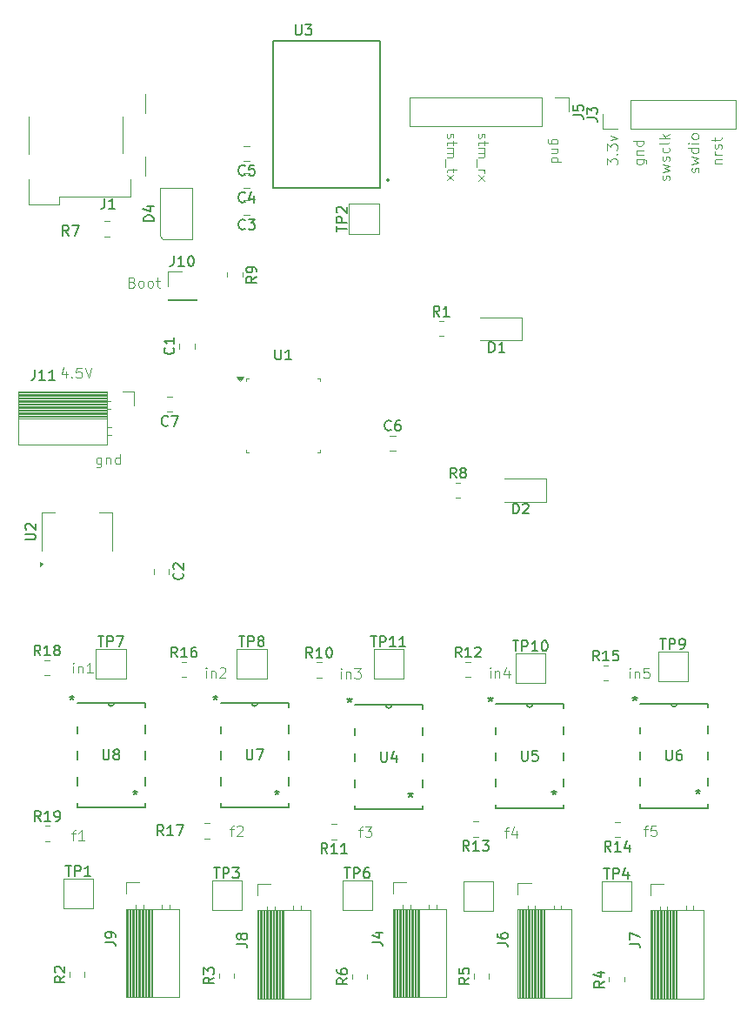
<source format=gbr>
%TF.GenerationSoftware,KiCad,Pcbnew,9.0.4*%
%TF.CreationDate,2025-10-22T08:41:29-05:00*%
%TF.ProjectId,RemoteControl,52656d6f-7465-4436-9f6e-74726f6c2e6b,rev?*%
%TF.SameCoordinates,Original*%
%TF.FileFunction,Legend,Top*%
%TF.FilePolarity,Positive*%
%FSLAX46Y46*%
G04 Gerber Fmt 4.6, Leading zero omitted, Abs format (unit mm)*
G04 Created by KiCad (PCBNEW 9.0.4) date 2025-10-22 08:41:29*
%MOMM*%
%LPD*%
G01*
G04 APERTURE LIST*
%ADD10C,0.100000*%
%ADD11C,0.150000*%
%ADD12C,0.120000*%
%ADD13C,0.152400*%
%ADD14C,0.127000*%
%ADD15C,0.200000*%
G04 APERTURE END LIST*
D10*
X116703884Y-110722419D02*
X116703884Y-110055752D01*
X116703884Y-109722419D02*
X116656265Y-109770038D01*
X116656265Y-109770038D02*
X116703884Y-109817657D01*
X116703884Y-109817657D02*
X116751503Y-109770038D01*
X116751503Y-109770038D02*
X116703884Y-109722419D01*
X116703884Y-109722419D02*
X116703884Y-109817657D01*
X117180074Y-110055752D02*
X117180074Y-110722419D01*
X117180074Y-110150990D02*
X117227693Y-110103371D01*
X117227693Y-110103371D02*
X117322931Y-110055752D01*
X117322931Y-110055752D02*
X117465788Y-110055752D01*
X117465788Y-110055752D02*
X117561026Y-110103371D01*
X117561026Y-110103371D02*
X117608645Y-110198609D01*
X117608645Y-110198609D02*
X117608645Y-110722419D01*
X118037217Y-109817657D02*
X118084836Y-109770038D01*
X118084836Y-109770038D02*
X118180074Y-109722419D01*
X118180074Y-109722419D02*
X118418169Y-109722419D01*
X118418169Y-109722419D02*
X118513407Y-109770038D01*
X118513407Y-109770038D02*
X118561026Y-109817657D01*
X118561026Y-109817657D02*
X118608645Y-109912895D01*
X118608645Y-109912895D02*
X118608645Y-110008133D01*
X118608645Y-110008133D02*
X118561026Y-110150990D01*
X118561026Y-110150990D02*
X117989598Y-110722419D01*
X117989598Y-110722419D02*
X118608645Y-110722419D01*
X145761027Y-125605752D02*
X146141979Y-125605752D01*
X145903884Y-126272419D02*
X145903884Y-125415276D01*
X145903884Y-125415276D02*
X145951503Y-125320038D01*
X145951503Y-125320038D02*
X146046741Y-125272419D01*
X146046741Y-125272419D02*
X146141979Y-125272419D01*
X146903884Y-125605752D02*
X146903884Y-126272419D01*
X146665789Y-125224800D02*
X146427694Y-125939085D01*
X146427694Y-125939085D02*
X147046741Y-125939085D01*
X140175200Y-57756265D02*
X140127580Y-57851503D01*
X140127580Y-57851503D02*
X140127580Y-58041979D01*
X140127580Y-58041979D02*
X140175200Y-58137217D01*
X140175200Y-58137217D02*
X140270438Y-58184836D01*
X140270438Y-58184836D02*
X140318057Y-58184836D01*
X140318057Y-58184836D02*
X140413295Y-58137217D01*
X140413295Y-58137217D02*
X140460914Y-58041979D01*
X140460914Y-58041979D02*
X140460914Y-57899122D01*
X140460914Y-57899122D02*
X140508533Y-57803884D01*
X140508533Y-57803884D02*
X140603771Y-57756265D01*
X140603771Y-57756265D02*
X140651390Y-57756265D01*
X140651390Y-57756265D02*
X140746628Y-57803884D01*
X140746628Y-57803884D02*
X140794247Y-57899122D01*
X140794247Y-57899122D02*
X140794247Y-58041979D01*
X140794247Y-58041979D02*
X140746628Y-58137217D01*
X140794247Y-58470551D02*
X140794247Y-58851503D01*
X141127580Y-58613408D02*
X140270438Y-58613408D01*
X140270438Y-58613408D02*
X140175200Y-58661027D01*
X140175200Y-58661027D02*
X140127580Y-58756265D01*
X140127580Y-58756265D02*
X140127580Y-58851503D01*
X140127580Y-59184837D02*
X140794247Y-59184837D01*
X140699009Y-59184837D02*
X140746628Y-59232456D01*
X140746628Y-59232456D02*
X140794247Y-59327694D01*
X140794247Y-59327694D02*
X140794247Y-59470551D01*
X140794247Y-59470551D02*
X140746628Y-59565789D01*
X140746628Y-59565789D02*
X140651390Y-59613408D01*
X140651390Y-59613408D02*
X140127580Y-59613408D01*
X140651390Y-59613408D02*
X140746628Y-59661027D01*
X140746628Y-59661027D02*
X140794247Y-59756265D01*
X140794247Y-59756265D02*
X140794247Y-59899122D01*
X140794247Y-59899122D02*
X140746628Y-59994361D01*
X140746628Y-59994361D02*
X140651390Y-60041980D01*
X140651390Y-60041980D02*
X140127580Y-60041980D01*
X140032342Y-60280075D02*
X140032342Y-61041979D01*
X140794247Y-61137218D02*
X140794247Y-61518170D01*
X141127580Y-61280075D02*
X140270438Y-61280075D01*
X140270438Y-61280075D02*
X140175200Y-61327694D01*
X140175200Y-61327694D02*
X140127580Y-61422932D01*
X140127580Y-61422932D02*
X140127580Y-61518170D01*
X140127580Y-61756266D02*
X140794247Y-62280075D01*
X140794247Y-61756266D02*
X140127580Y-62280075D01*
X164595856Y-61505734D02*
X164643475Y-61410496D01*
X164643475Y-61410496D02*
X164643475Y-61220020D01*
X164643475Y-61220020D02*
X164595856Y-61124782D01*
X164595856Y-61124782D02*
X164500617Y-61077163D01*
X164500617Y-61077163D02*
X164452998Y-61077163D01*
X164452998Y-61077163D02*
X164357760Y-61124782D01*
X164357760Y-61124782D02*
X164310141Y-61220020D01*
X164310141Y-61220020D02*
X164310141Y-61362877D01*
X164310141Y-61362877D02*
X164262522Y-61458115D01*
X164262522Y-61458115D02*
X164167284Y-61505734D01*
X164167284Y-61505734D02*
X164119665Y-61505734D01*
X164119665Y-61505734D02*
X164024427Y-61458115D01*
X164024427Y-61458115D02*
X163976808Y-61362877D01*
X163976808Y-61362877D02*
X163976808Y-61220020D01*
X163976808Y-61220020D02*
X164024427Y-61124782D01*
X163976808Y-60743829D02*
X164643475Y-60553353D01*
X164643475Y-60553353D02*
X164167284Y-60362877D01*
X164167284Y-60362877D02*
X164643475Y-60172401D01*
X164643475Y-60172401D02*
X163976808Y-59981925D01*
X164643475Y-59172401D02*
X163643475Y-59172401D01*
X164595856Y-59172401D02*
X164643475Y-59267639D01*
X164643475Y-59267639D02*
X164643475Y-59458115D01*
X164643475Y-59458115D02*
X164595856Y-59553353D01*
X164595856Y-59553353D02*
X164548236Y-59600972D01*
X164548236Y-59600972D02*
X164452998Y-59648591D01*
X164452998Y-59648591D02*
X164167284Y-59648591D01*
X164167284Y-59648591D02*
X164072046Y-59600972D01*
X164072046Y-59600972D02*
X164024427Y-59553353D01*
X164024427Y-59553353D02*
X163976808Y-59458115D01*
X163976808Y-59458115D02*
X163976808Y-59267639D01*
X163976808Y-59267639D02*
X164024427Y-59172401D01*
X164643475Y-58696210D02*
X163976808Y-58696210D01*
X163643475Y-58696210D02*
X163691094Y-58743829D01*
X163691094Y-58743829D02*
X163738713Y-58696210D01*
X163738713Y-58696210D02*
X163691094Y-58648591D01*
X163691094Y-58648591D02*
X163643475Y-58696210D01*
X163643475Y-58696210D02*
X163738713Y-58696210D01*
X164643475Y-58077163D02*
X164595856Y-58172401D01*
X164595856Y-58172401D02*
X164548236Y-58220020D01*
X164548236Y-58220020D02*
X164452998Y-58267639D01*
X164452998Y-58267639D02*
X164167284Y-58267639D01*
X164167284Y-58267639D02*
X164072046Y-58220020D01*
X164072046Y-58220020D02*
X164024427Y-58172401D01*
X164024427Y-58172401D02*
X163976808Y-58077163D01*
X163976808Y-58077163D02*
X163976808Y-57934306D01*
X163976808Y-57934306D02*
X164024427Y-57839068D01*
X164024427Y-57839068D02*
X164072046Y-57791449D01*
X164072046Y-57791449D02*
X164167284Y-57743830D01*
X164167284Y-57743830D02*
X164452998Y-57743830D01*
X164452998Y-57743830D02*
X164548236Y-57791449D01*
X164548236Y-57791449D02*
X164595856Y-57839068D01*
X164595856Y-57839068D02*
X164643475Y-57934306D01*
X164643475Y-57934306D02*
X164643475Y-58077163D01*
X158585752Y-60267544D02*
X159395276Y-60267544D01*
X159395276Y-60267544D02*
X159490514Y-60315163D01*
X159490514Y-60315163D02*
X159538133Y-60362782D01*
X159538133Y-60362782D02*
X159585752Y-60458020D01*
X159585752Y-60458020D02*
X159585752Y-60600877D01*
X159585752Y-60600877D02*
X159538133Y-60696115D01*
X159204800Y-60267544D02*
X159252419Y-60362782D01*
X159252419Y-60362782D02*
X159252419Y-60553258D01*
X159252419Y-60553258D02*
X159204800Y-60648496D01*
X159204800Y-60648496D02*
X159157180Y-60696115D01*
X159157180Y-60696115D02*
X159061942Y-60743734D01*
X159061942Y-60743734D02*
X158776228Y-60743734D01*
X158776228Y-60743734D02*
X158680990Y-60696115D01*
X158680990Y-60696115D02*
X158633371Y-60648496D01*
X158633371Y-60648496D02*
X158585752Y-60553258D01*
X158585752Y-60553258D02*
X158585752Y-60362782D01*
X158585752Y-60362782D02*
X158633371Y-60267544D01*
X158585752Y-59791353D02*
X159252419Y-59791353D01*
X158680990Y-59791353D02*
X158633371Y-59743734D01*
X158633371Y-59743734D02*
X158585752Y-59648496D01*
X158585752Y-59648496D02*
X158585752Y-59505639D01*
X158585752Y-59505639D02*
X158633371Y-59410401D01*
X158633371Y-59410401D02*
X158728609Y-59362782D01*
X158728609Y-59362782D02*
X159252419Y-59362782D01*
X159252419Y-58458020D02*
X158252419Y-58458020D01*
X159204800Y-58458020D02*
X159252419Y-58553258D01*
X159252419Y-58553258D02*
X159252419Y-58743734D01*
X159252419Y-58743734D02*
X159204800Y-58838972D01*
X159204800Y-58838972D02*
X159157180Y-58886591D01*
X159157180Y-58886591D02*
X159061942Y-58934210D01*
X159061942Y-58934210D02*
X158776228Y-58934210D01*
X158776228Y-58934210D02*
X158680990Y-58886591D01*
X158680990Y-58886591D02*
X158633371Y-58838972D01*
X158633371Y-58838972D02*
X158585752Y-58743734D01*
X158585752Y-58743734D02*
X158585752Y-58553258D01*
X158585752Y-58553258D02*
X158633371Y-58458020D01*
X103611027Y-125885752D02*
X103991979Y-125885752D01*
X103753884Y-126552419D02*
X103753884Y-125695276D01*
X103753884Y-125695276D02*
X103801503Y-125600038D01*
X103801503Y-125600038D02*
X103896741Y-125552419D01*
X103896741Y-125552419D02*
X103991979Y-125552419D01*
X104849122Y-126552419D02*
X104277694Y-126552419D01*
X104563408Y-126552419D02*
X104563408Y-125552419D01*
X104563408Y-125552419D02*
X104468170Y-125695276D01*
X104468170Y-125695276D02*
X104372932Y-125790514D01*
X104372932Y-125790514D02*
X104277694Y-125838133D01*
X103094455Y-80866752D02*
X103094455Y-81533419D01*
X102856360Y-80485800D02*
X102618265Y-81200085D01*
X102618265Y-81200085D02*
X103237312Y-81200085D01*
X103618265Y-81438180D02*
X103665884Y-81485800D01*
X103665884Y-81485800D02*
X103618265Y-81533419D01*
X103618265Y-81533419D02*
X103570646Y-81485800D01*
X103570646Y-81485800D02*
X103618265Y-81438180D01*
X103618265Y-81438180D02*
X103618265Y-81533419D01*
X104570645Y-80533419D02*
X104094455Y-80533419D01*
X104094455Y-80533419D02*
X104046836Y-81009609D01*
X104046836Y-81009609D02*
X104094455Y-80961990D01*
X104094455Y-80961990D02*
X104189693Y-80914371D01*
X104189693Y-80914371D02*
X104427788Y-80914371D01*
X104427788Y-80914371D02*
X104523026Y-80961990D01*
X104523026Y-80961990D02*
X104570645Y-81009609D01*
X104570645Y-81009609D02*
X104618264Y-81104847D01*
X104618264Y-81104847D02*
X104618264Y-81342942D01*
X104618264Y-81342942D02*
X104570645Y-81438180D01*
X104570645Y-81438180D02*
X104523026Y-81485800D01*
X104523026Y-81485800D02*
X104427788Y-81533419D01*
X104427788Y-81533419D02*
X104189693Y-81533419D01*
X104189693Y-81533419D02*
X104094455Y-81485800D01*
X104094455Y-81485800D02*
X104046836Y-81438180D01*
X104903979Y-80533419D02*
X105237312Y-81533419D01*
X105237312Y-81533419D02*
X105570645Y-80533419D01*
X155728419Y-60791353D02*
X155728419Y-60172306D01*
X155728419Y-60172306D02*
X156109371Y-60505639D01*
X156109371Y-60505639D02*
X156109371Y-60362782D01*
X156109371Y-60362782D02*
X156156990Y-60267544D01*
X156156990Y-60267544D02*
X156204609Y-60219925D01*
X156204609Y-60219925D02*
X156299847Y-60172306D01*
X156299847Y-60172306D02*
X156537942Y-60172306D01*
X156537942Y-60172306D02*
X156633180Y-60219925D01*
X156633180Y-60219925D02*
X156680800Y-60267544D01*
X156680800Y-60267544D02*
X156728419Y-60362782D01*
X156728419Y-60362782D02*
X156728419Y-60648496D01*
X156728419Y-60648496D02*
X156680800Y-60743734D01*
X156680800Y-60743734D02*
X156633180Y-60791353D01*
X156633180Y-59743734D02*
X156680800Y-59696115D01*
X156680800Y-59696115D02*
X156728419Y-59743734D01*
X156728419Y-59743734D02*
X156680800Y-59791353D01*
X156680800Y-59791353D02*
X156633180Y-59743734D01*
X156633180Y-59743734D02*
X156728419Y-59743734D01*
X155728419Y-59362782D02*
X155728419Y-58743735D01*
X155728419Y-58743735D02*
X156109371Y-59077068D01*
X156109371Y-59077068D02*
X156109371Y-58934211D01*
X156109371Y-58934211D02*
X156156990Y-58838973D01*
X156156990Y-58838973D02*
X156204609Y-58791354D01*
X156204609Y-58791354D02*
X156299847Y-58743735D01*
X156299847Y-58743735D02*
X156537942Y-58743735D01*
X156537942Y-58743735D02*
X156633180Y-58791354D01*
X156633180Y-58791354D02*
X156680800Y-58838973D01*
X156680800Y-58838973D02*
X156728419Y-58934211D01*
X156728419Y-58934211D02*
X156728419Y-59219925D01*
X156728419Y-59219925D02*
X156680800Y-59315163D01*
X156680800Y-59315163D02*
X156633180Y-59362782D01*
X156061752Y-58410401D02*
X156728419Y-58172306D01*
X156728419Y-58172306D02*
X156061752Y-57934211D01*
X161744800Y-62271734D02*
X161792419Y-62176496D01*
X161792419Y-62176496D02*
X161792419Y-61986020D01*
X161792419Y-61986020D02*
X161744800Y-61890782D01*
X161744800Y-61890782D02*
X161649561Y-61843163D01*
X161649561Y-61843163D02*
X161601942Y-61843163D01*
X161601942Y-61843163D02*
X161506704Y-61890782D01*
X161506704Y-61890782D02*
X161459085Y-61986020D01*
X161459085Y-61986020D02*
X161459085Y-62128877D01*
X161459085Y-62128877D02*
X161411466Y-62224115D01*
X161411466Y-62224115D02*
X161316228Y-62271734D01*
X161316228Y-62271734D02*
X161268609Y-62271734D01*
X161268609Y-62271734D02*
X161173371Y-62224115D01*
X161173371Y-62224115D02*
X161125752Y-62128877D01*
X161125752Y-62128877D02*
X161125752Y-61986020D01*
X161125752Y-61986020D02*
X161173371Y-61890782D01*
X161125752Y-61509829D02*
X161792419Y-61319353D01*
X161792419Y-61319353D02*
X161316228Y-61128877D01*
X161316228Y-61128877D02*
X161792419Y-60938401D01*
X161792419Y-60938401D02*
X161125752Y-60747925D01*
X161744800Y-60414591D02*
X161792419Y-60319353D01*
X161792419Y-60319353D02*
X161792419Y-60128877D01*
X161792419Y-60128877D02*
X161744800Y-60033639D01*
X161744800Y-60033639D02*
X161649561Y-59986020D01*
X161649561Y-59986020D02*
X161601942Y-59986020D01*
X161601942Y-59986020D02*
X161506704Y-60033639D01*
X161506704Y-60033639D02*
X161459085Y-60128877D01*
X161459085Y-60128877D02*
X161459085Y-60271734D01*
X161459085Y-60271734D02*
X161411466Y-60366972D01*
X161411466Y-60366972D02*
X161316228Y-60414591D01*
X161316228Y-60414591D02*
X161268609Y-60414591D01*
X161268609Y-60414591D02*
X161173371Y-60366972D01*
X161173371Y-60366972D02*
X161125752Y-60271734D01*
X161125752Y-60271734D02*
X161125752Y-60128877D01*
X161125752Y-60128877D02*
X161173371Y-60033639D01*
X161744800Y-59128877D02*
X161792419Y-59224115D01*
X161792419Y-59224115D02*
X161792419Y-59414591D01*
X161792419Y-59414591D02*
X161744800Y-59509829D01*
X161744800Y-59509829D02*
X161697180Y-59557448D01*
X161697180Y-59557448D02*
X161601942Y-59605067D01*
X161601942Y-59605067D02*
X161316228Y-59605067D01*
X161316228Y-59605067D02*
X161220990Y-59557448D01*
X161220990Y-59557448D02*
X161173371Y-59509829D01*
X161173371Y-59509829D02*
X161125752Y-59414591D01*
X161125752Y-59414591D02*
X161125752Y-59224115D01*
X161125752Y-59224115D02*
X161173371Y-59128877D01*
X161792419Y-58557448D02*
X161744800Y-58652686D01*
X161744800Y-58652686D02*
X161649561Y-58700305D01*
X161649561Y-58700305D02*
X160792419Y-58700305D01*
X161792419Y-58176495D02*
X160792419Y-58176495D01*
X161411466Y-58081257D02*
X161792419Y-57795543D01*
X161125752Y-57795543D02*
X161506704Y-58176495D01*
X159311027Y-125440752D02*
X159691979Y-125440752D01*
X159453884Y-126107419D02*
X159453884Y-125250276D01*
X159453884Y-125250276D02*
X159501503Y-125155038D01*
X159501503Y-125155038D02*
X159596741Y-125107419D01*
X159596741Y-125107419D02*
X159691979Y-125107419D01*
X160501503Y-125107419D02*
X160025313Y-125107419D01*
X160025313Y-125107419D02*
X159977694Y-125583609D01*
X159977694Y-125583609D02*
X160025313Y-125535990D01*
X160025313Y-125535990D02*
X160120551Y-125488371D01*
X160120551Y-125488371D02*
X160358646Y-125488371D01*
X160358646Y-125488371D02*
X160453884Y-125535990D01*
X160453884Y-125535990D02*
X160501503Y-125583609D01*
X160501503Y-125583609D02*
X160549122Y-125678847D01*
X160549122Y-125678847D02*
X160549122Y-125916942D01*
X160549122Y-125916942D02*
X160501503Y-126012180D01*
X160501503Y-126012180D02*
X160453884Y-126059800D01*
X160453884Y-126059800D02*
X160358646Y-126107419D01*
X160358646Y-126107419D02*
X160120551Y-126107419D01*
X160120551Y-126107419D02*
X160025313Y-126059800D01*
X160025313Y-126059800D02*
X159977694Y-126012180D01*
X119033027Y-125443752D02*
X119413979Y-125443752D01*
X119175884Y-126110419D02*
X119175884Y-125253276D01*
X119175884Y-125253276D02*
X119223503Y-125158038D01*
X119223503Y-125158038D02*
X119318741Y-125110419D01*
X119318741Y-125110419D02*
X119413979Y-125110419D01*
X119699694Y-125205657D02*
X119747313Y-125158038D01*
X119747313Y-125158038D02*
X119842551Y-125110419D01*
X119842551Y-125110419D02*
X120080646Y-125110419D01*
X120080646Y-125110419D02*
X120175884Y-125158038D01*
X120175884Y-125158038D02*
X120223503Y-125205657D01*
X120223503Y-125205657D02*
X120271122Y-125300895D01*
X120271122Y-125300895D02*
X120271122Y-125396133D01*
X120271122Y-125396133D02*
X120223503Y-125538990D01*
X120223503Y-125538990D02*
X119652075Y-126110419D01*
X119652075Y-126110419D02*
X120271122Y-126110419D01*
X131555227Y-125519952D02*
X131936179Y-125519952D01*
X131698084Y-126186619D02*
X131698084Y-125329476D01*
X131698084Y-125329476D02*
X131745703Y-125234238D01*
X131745703Y-125234238D02*
X131840941Y-125186619D01*
X131840941Y-125186619D02*
X131936179Y-125186619D01*
X132174275Y-125186619D02*
X132793322Y-125186619D01*
X132793322Y-125186619D02*
X132459989Y-125567571D01*
X132459989Y-125567571D02*
X132602846Y-125567571D01*
X132602846Y-125567571D02*
X132698084Y-125615190D01*
X132698084Y-125615190D02*
X132745703Y-125662809D01*
X132745703Y-125662809D02*
X132793322Y-125758047D01*
X132793322Y-125758047D02*
X132793322Y-125996142D01*
X132793322Y-125996142D02*
X132745703Y-126091380D01*
X132745703Y-126091380D02*
X132698084Y-126139000D01*
X132698084Y-126139000D02*
X132602846Y-126186619D01*
X132602846Y-126186619D02*
X132317132Y-126186619D01*
X132317132Y-126186619D02*
X132221894Y-126139000D01*
X132221894Y-126139000D02*
X132174275Y-126091380D01*
X129853884Y-110772419D02*
X129853884Y-110105752D01*
X129853884Y-109772419D02*
X129806265Y-109820038D01*
X129806265Y-109820038D02*
X129853884Y-109867657D01*
X129853884Y-109867657D02*
X129901503Y-109820038D01*
X129901503Y-109820038D02*
X129853884Y-109772419D01*
X129853884Y-109772419D02*
X129853884Y-109867657D01*
X130330074Y-110105752D02*
X130330074Y-110772419D01*
X130330074Y-110200990D02*
X130377693Y-110153371D01*
X130377693Y-110153371D02*
X130472931Y-110105752D01*
X130472931Y-110105752D02*
X130615788Y-110105752D01*
X130615788Y-110105752D02*
X130711026Y-110153371D01*
X130711026Y-110153371D02*
X130758645Y-110248609D01*
X130758645Y-110248609D02*
X130758645Y-110772419D01*
X131139598Y-109772419D02*
X131758645Y-109772419D01*
X131758645Y-109772419D02*
X131425312Y-110153371D01*
X131425312Y-110153371D02*
X131568169Y-110153371D01*
X131568169Y-110153371D02*
X131663407Y-110200990D01*
X131663407Y-110200990D02*
X131711026Y-110248609D01*
X131711026Y-110248609D02*
X131758645Y-110343847D01*
X131758645Y-110343847D02*
X131758645Y-110581942D01*
X131758645Y-110581942D02*
X131711026Y-110677180D01*
X131711026Y-110677180D02*
X131663407Y-110724800D01*
X131663407Y-110724800D02*
X131568169Y-110772419D01*
X131568169Y-110772419D02*
X131282455Y-110772419D01*
X131282455Y-110772419D02*
X131187217Y-110724800D01*
X131187217Y-110724800D02*
X131139598Y-110677180D01*
X109497217Y-72218609D02*
X109640074Y-72266228D01*
X109640074Y-72266228D02*
X109687693Y-72313847D01*
X109687693Y-72313847D02*
X109735312Y-72409085D01*
X109735312Y-72409085D02*
X109735312Y-72551942D01*
X109735312Y-72551942D02*
X109687693Y-72647180D01*
X109687693Y-72647180D02*
X109640074Y-72694800D01*
X109640074Y-72694800D02*
X109544836Y-72742419D01*
X109544836Y-72742419D02*
X109163884Y-72742419D01*
X109163884Y-72742419D02*
X109163884Y-71742419D01*
X109163884Y-71742419D02*
X109497217Y-71742419D01*
X109497217Y-71742419D02*
X109592455Y-71790038D01*
X109592455Y-71790038D02*
X109640074Y-71837657D01*
X109640074Y-71837657D02*
X109687693Y-71932895D01*
X109687693Y-71932895D02*
X109687693Y-72028133D01*
X109687693Y-72028133D02*
X109640074Y-72123371D01*
X109640074Y-72123371D02*
X109592455Y-72170990D01*
X109592455Y-72170990D02*
X109497217Y-72218609D01*
X109497217Y-72218609D02*
X109163884Y-72218609D01*
X110306741Y-72742419D02*
X110211503Y-72694800D01*
X110211503Y-72694800D02*
X110163884Y-72647180D01*
X110163884Y-72647180D02*
X110116265Y-72551942D01*
X110116265Y-72551942D02*
X110116265Y-72266228D01*
X110116265Y-72266228D02*
X110163884Y-72170990D01*
X110163884Y-72170990D02*
X110211503Y-72123371D01*
X110211503Y-72123371D02*
X110306741Y-72075752D01*
X110306741Y-72075752D02*
X110449598Y-72075752D01*
X110449598Y-72075752D02*
X110544836Y-72123371D01*
X110544836Y-72123371D02*
X110592455Y-72170990D01*
X110592455Y-72170990D02*
X110640074Y-72266228D01*
X110640074Y-72266228D02*
X110640074Y-72551942D01*
X110640074Y-72551942D02*
X110592455Y-72647180D01*
X110592455Y-72647180D02*
X110544836Y-72694800D01*
X110544836Y-72694800D02*
X110449598Y-72742419D01*
X110449598Y-72742419D02*
X110306741Y-72742419D01*
X111211503Y-72742419D02*
X111116265Y-72694800D01*
X111116265Y-72694800D02*
X111068646Y-72647180D01*
X111068646Y-72647180D02*
X111021027Y-72551942D01*
X111021027Y-72551942D02*
X111021027Y-72266228D01*
X111021027Y-72266228D02*
X111068646Y-72170990D01*
X111068646Y-72170990D02*
X111116265Y-72123371D01*
X111116265Y-72123371D02*
X111211503Y-72075752D01*
X111211503Y-72075752D02*
X111354360Y-72075752D01*
X111354360Y-72075752D02*
X111449598Y-72123371D01*
X111449598Y-72123371D02*
X111497217Y-72170990D01*
X111497217Y-72170990D02*
X111544836Y-72266228D01*
X111544836Y-72266228D02*
X111544836Y-72551942D01*
X111544836Y-72551942D02*
X111497217Y-72647180D01*
X111497217Y-72647180D02*
X111449598Y-72694800D01*
X111449598Y-72694800D02*
X111354360Y-72742419D01*
X111354360Y-72742419D02*
X111211503Y-72742419D01*
X111830551Y-72075752D02*
X112211503Y-72075752D01*
X111973408Y-71742419D02*
X111973408Y-72599561D01*
X111973408Y-72599561D02*
X112021027Y-72694800D01*
X112021027Y-72694800D02*
X112116265Y-72742419D01*
X112116265Y-72742419D02*
X112211503Y-72742419D01*
X150954247Y-58732455D02*
X150144723Y-58732455D01*
X150144723Y-58732455D02*
X150049485Y-58684836D01*
X150049485Y-58684836D02*
X150001866Y-58637217D01*
X150001866Y-58637217D02*
X149954247Y-58541979D01*
X149954247Y-58541979D02*
X149954247Y-58399122D01*
X149954247Y-58399122D02*
X150001866Y-58303884D01*
X150335200Y-58732455D02*
X150287580Y-58637217D01*
X150287580Y-58637217D02*
X150287580Y-58446741D01*
X150287580Y-58446741D02*
X150335200Y-58351503D01*
X150335200Y-58351503D02*
X150382819Y-58303884D01*
X150382819Y-58303884D02*
X150478057Y-58256265D01*
X150478057Y-58256265D02*
X150763771Y-58256265D01*
X150763771Y-58256265D02*
X150859009Y-58303884D01*
X150859009Y-58303884D02*
X150906628Y-58351503D01*
X150906628Y-58351503D02*
X150954247Y-58446741D01*
X150954247Y-58446741D02*
X150954247Y-58637217D01*
X150954247Y-58637217D02*
X150906628Y-58732455D01*
X150954247Y-59208646D02*
X150287580Y-59208646D01*
X150859009Y-59208646D02*
X150906628Y-59256265D01*
X150906628Y-59256265D02*
X150954247Y-59351503D01*
X150954247Y-59351503D02*
X150954247Y-59494360D01*
X150954247Y-59494360D02*
X150906628Y-59589598D01*
X150906628Y-59589598D02*
X150811390Y-59637217D01*
X150811390Y-59637217D02*
X150287580Y-59637217D01*
X150287580Y-60541979D02*
X151287580Y-60541979D01*
X150335200Y-60541979D02*
X150287580Y-60446741D01*
X150287580Y-60446741D02*
X150287580Y-60256265D01*
X150287580Y-60256265D02*
X150335200Y-60161027D01*
X150335200Y-60161027D02*
X150382819Y-60113408D01*
X150382819Y-60113408D02*
X150478057Y-60065789D01*
X150478057Y-60065789D02*
X150763771Y-60065789D01*
X150763771Y-60065789D02*
X150859009Y-60113408D01*
X150859009Y-60113408D02*
X150906628Y-60161027D01*
X150906628Y-60161027D02*
X150954247Y-60256265D01*
X150954247Y-60256265D02*
X150954247Y-60446741D01*
X150954247Y-60446741D02*
X150906628Y-60541979D01*
X144353884Y-110722419D02*
X144353884Y-110055752D01*
X144353884Y-109722419D02*
X144306265Y-109770038D01*
X144306265Y-109770038D02*
X144353884Y-109817657D01*
X144353884Y-109817657D02*
X144401503Y-109770038D01*
X144401503Y-109770038D02*
X144353884Y-109722419D01*
X144353884Y-109722419D02*
X144353884Y-109817657D01*
X144830074Y-110055752D02*
X144830074Y-110722419D01*
X144830074Y-110150990D02*
X144877693Y-110103371D01*
X144877693Y-110103371D02*
X144972931Y-110055752D01*
X144972931Y-110055752D02*
X145115788Y-110055752D01*
X145115788Y-110055752D02*
X145211026Y-110103371D01*
X145211026Y-110103371D02*
X145258645Y-110198609D01*
X145258645Y-110198609D02*
X145258645Y-110722419D01*
X146163407Y-110055752D02*
X146163407Y-110722419D01*
X145925312Y-109674800D02*
X145687217Y-110389085D01*
X145687217Y-110389085D02*
X146306264Y-110389085D01*
X106482455Y-89248752D02*
X106482455Y-90058276D01*
X106482455Y-90058276D02*
X106434836Y-90153514D01*
X106434836Y-90153514D02*
X106387217Y-90201133D01*
X106387217Y-90201133D02*
X106291979Y-90248752D01*
X106291979Y-90248752D02*
X106149122Y-90248752D01*
X106149122Y-90248752D02*
X106053884Y-90201133D01*
X106482455Y-89867800D02*
X106387217Y-89915419D01*
X106387217Y-89915419D02*
X106196741Y-89915419D01*
X106196741Y-89915419D02*
X106101503Y-89867800D01*
X106101503Y-89867800D02*
X106053884Y-89820180D01*
X106053884Y-89820180D02*
X106006265Y-89724942D01*
X106006265Y-89724942D02*
X106006265Y-89439228D01*
X106006265Y-89439228D02*
X106053884Y-89343990D01*
X106053884Y-89343990D02*
X106101503Y-89296371D01*
X106101503Y-89296371D02*
X106196741Y-89248752D01*
X106196741Y-89248752D02*
X106387217Y-89248752D01*
X106387217Y-89248752D02*
X106482455Y-89296371D01*
X106958646Y-89248752D02*
X106958646Y-89915419D01*
X106958646Y-89343990D02*
X107006265Y-89296371D01*
X107006265Y-89296371D02*
X107101503Y-89248752D01*
X107101503Y-89248752D02*
X107244360Y-89248752D01*
X107244360Y-89248752D02*
X107339598Y-89296371D01*
X107339598Y-89296371D02*
X107387217Y-89391609D01*
X107387217Y-89391609D02*
X107387217Y-89915419D01*
X108291979Y-89915419D02*
X108291979Y-88915419D01*
X108291979Y-89867800D02*
X108196741Y-89915419D01*
X108196741Y-89915419D02*
X108006265Y-89915419D01*
X108006265Y-89915419D02*
X107911027Y-89867800D01*
X107911027Y-89867800D02*
X107863408Y-89820180D01*
X107863408Y-89820180D02*
X107815789Y-89724942D01*
X107815789Y-89724942D02*
X107815789Y-89439228D01*
X107815789Y-89439228D02*
X107863408Y-89343990D01*
X107863408Y-89343990D02*
X107911027Y-89296371D01*
X107911027Y-89296371D02*
X108006265Y-89248752D01*
X108006265Y-89248752D02*
X108196741Y-89248752D01*
X108196741Y-89248752D02*
X108291979Y-89296371D01*
X157953884Y-110747419D02*
X157953884Y-110080752D01*
X157953884Y-109747419D02*
X157906265Y-109795038D01*
X157906265Y-109795038D02*
X157953884Y-109842657D01*
X157953884Y-109842657D02*
X158001503Y-109795038D01*
X158001503Y-109795038D02*
X157953884Y-109747419D01*
X157953884Y-109747419D02*
X157953884Y-109842657D01*
X158430074Y-110080752D02*
X158430074Y-110747419D01*
X158430074Y-110175990D02*
X158477693Y-110128371D01*
X158477693Y-110128371D02*
X158572931Y-110080752D01*
X158572931Y-110080752D02*
X158715788Y-110080752D01*
X158715788Y-110080752D02*
X158811026Y-110128371D01*
X158811026Y-110128371D02*
X158858645Y-110223609D01*
X158858645Y-110223609D02*
X158858645Y-110747419D01*
X159811026Y-109747419D02*
X159334836Y-109747419D01*
X159334836Y-109747419D02*
X159287217Y-110223609D01*
X159287217Y-110223609D02*
X159334836Y-110175990D01*
X159334836Y-110175990D02*
X159430074Y-110128371D01*
X159430074Y-110128371D02*
X159668169Y-110128371D01*
X159668169Y-110128371D02*
X159763407Y-110175990D01*
X159763407Y-110175990D02*
X159811026Y-110223609D01*
X159811026Y-110223609D02*
X159858645Y-110318847D01*
X159858645Y-110318847D02*
X159858645Y-110556942D01*
X159858645Y-110556942D02*
X159811026Y-110652180D01*
X159811026Y-110652180D02*
X159763407Y-110699800D01*
X159763407Y-110699800D02*
X159668169Y-110747419D01*
X159668169Y-110747419D02*
X159430074Y-110747419D01*
X159430074Y-110747419D02*
X159334836Y-110699800D01*
X159334836Y-110699800D02*
X159287217Y-110652180D01*
X103782884Y-110235419D02*
X103782884Y-109568752D01*
X103782884Y-109235419D02*
X103735265Y-109283038D01*
X103735265Y-109283038D02*
X103782884Y-109330657D01*
X103782884Y-109330657D02*
X103830503Y-109283038D01*
X103830503Y-109283038D02*
X103782884Y-109235419D01*
X103782884Y-109235419D02*
X103782884Y-109330657D01*
X104259074Y-109568752D02*
X104259074Y-110235419D01*
X104259074Y-109663990D02*
X104306693Y-109616371D01*
X104306693Y-109616371D02*
X104401931Y-109568752D01*
X104401931Y-109568752D02*
X104544788Y-109568752D01*
X104544788Y-109568752D02*
X104640026Y-109616371D01*
X104640026Y-109616371D02*
X104687645Y-109711609D01*
X104687645Y-109711609D02*
X104687645Y-110235419D01*
X105687645Y-110235419D02*
X105116217Y-110235419D01*
X105401931Y-110235419D02*
X105401931Y-109235419D01*
X105401931Y-109235419D02*
X105306693Y-109378276D01*
X105306693Y-109378276D02*
X105211455Y-109473514D01*
X105211455Y-109473514D02*
X105116217Y-109521133D01*
X166205752Y-60696115D02*
X166872419Y-60696115D01*
X166300990Y-60696115D02*
X166253371Y-60648496D01*
X166253371Y-60648496D02*
X166205752Y-60553258D01*
X166205752Y-60553258D02*
X166205752Y-60410401D01*
X166205752Y-60410401D02*
X166253371Y-60315163D01*
X166253371Y-60315163D02*
X166348609Y-60267544D01*
X166348609Y-60267544D02*
X166872419Y-60267544D01*
X166872419Y-59791353D02*
X166205752Y-59791353D01*
X166396228Y-59791353D02*
X166300990Y-59743734D01*
X166300990Y-59743734D02*
X166253371Y-59696115D01*
X166253371Y-59696115D02*
X166205752Y-59600877D01*
X166205752Y-59600877D02*
X166205752Y-59505639D01*
X166824800Y-59219924D02*
X166872419Y-59124686D01*
X166872419Y-59124686D02*
X166872419Y-58934210D01*
X166872419Y-58934210D02*
X166824800Y-58838972D01*
X166824800Y-58838972D02*
X166729561Y-58791353D01*
X166729561Y-58791353D02*
X166681942Y-58791353D01*
X166681942Y-58791353D02*
X166586704Y-58838972D01*
X166586704Y-58838972D02*
X166539085Y-58934210D01*
X166539085Y-58934210D02*
X166539085Y-59077067D01*
X166539085Y-59077067D02*
X166491466Y-59172305D01*
X166491466Y-59172305D02*
X166396228Y-59219924D01*
X166396228Y-59219924D02*
X166348609Y-59219924D01*
X166348609Y-59219924D02*
X166253371Y-59172305D01*
X166253371Y-59172305D02*
X166205752Y-59077067D01*
X166205752Y-59077067D02*
X166205752Y-58934210D01*
X166205752Y-58934210D02*
X166253371Y-58838972D01*
X166205752Y-58505638D02*
X166205752Y-58124686D01*
X165872419Y-58362781D02*
X166729561Y-58362781D01*
X166729561Y-58362781D02*
X166824800Y-58315162D01*
X166824800Y-58315162D02*
X166872419Y-58219924D01*
X166872419Y-58219924D02*
X166872419Y-58124686D01*
X143223200Y-57756265D02*
X143175580Y-57851503D01*
X143175580Y-57851503D02*
X143175580Y-58041979D01*
X143175580Y-58041979D02*
X143223200Y-58137217D01*
X143223200Y-58137217D02*
X143318438Y-58184836D01*
X143318438Y-58184836D02*
X143366057Y-58184836D01*
X143366057Y-58184836D02*
X143461295Y-58137217D01*
X143461295Y-58137217D02*
X143508914Y-58041979D01*
X143508914Y-58041979D02*
X143508914Y-57899122D01*
X143508914Y-57899122D02*
X143556533Y-57803884D01*
X143556533Y-57803884D02*
X143651771Y-57756265D01*
X143651771Y-57756265D02*
X143699390Y-57756265D01*
X143699390Y-57756265D02*
X143794628Y-57803884D01*
X143794628Y-57803884D02*
X143842247Y-57899122D01*
X143842247Y-57899122D02*
X143842247Y-58041979D01*
X143842247Y-58041979D02*
X143794628Y-58137217D01*
X143842247Y-58470551D02*
X143842247Y-58851503D01*
X144175580Y-58613408D02*
X143318438Y-58613408D01*
X143318438Y-58613408D02*
X143223200Y-58661027D01*
X143223200Y-58661027D02*
X143175580Y-58756265D01*
X143175580Y-58756265D02*
X143175580Y-58851503D01*
X143175580Y-59184837D02*
X143842247Y-59184837D01*
X143747009Y-59184837D02*
X143794628Y-59232456D01*
X143794628Y-59232456D02*
X143842247Y-59327694D01*
X143842247Y-59327694D02*
X143842247Y-59470551D01*
X143842247Y-59470551D02*
X143794628Y-59565789D01*
X143794628Y-59565789D02*
X143699390Y-59613408D01*
X143699390Y-59613408D02*
X143175580Y-59613408D01*
X143699390Y-59613408D02*
X143794628Y-59661027D01*
X143794628Y-59661027D02*
X143842247Y-59756265D01*
X143842247Y-59756265D02*
X143842247Y-59899122D01*
X143842247Y-59899122D02*
X143794628Y-59994361D01*
X143794628Y-59994361D02*
X143699390Y-60041980D01*
X143699390Y-60041980D02*
X143175580Y-60041980D01*
X143080342Y-60280075D02*
X143080342Y-61041979D01*
X143175580Y-61280075D02*
X143842247Y-61280075D01*
X143651771Y-61280075D02*
X143747009Y-61327694D01*
X143747009Y-61327694D02*
X143794628Y-61375313D01*
X143794628Y-61375313D02*
X143842247Y-61470551D01*
X143842247Y-61470551D02*
X143842247Y-61565789D01*
X143175580Y-61803885D02*
X143842247Y-62327694D01*
X143842247Y-61803885D02*
X143175580Y-62327694D01*
D11*
X119694819Y-136593333D02*
X120409104Y-136593333D01*
X120409104Y-136593333D02*
X120551961Y-136640952D01*
X120551961Y-136640952D02*
X120647200Y-136736190D01*
X120647200Y-136736190D02*
X120694819Y-136879047D01*
X120694819Y-136879047D02*
X120694819Y-136974285D01*
X120123390Y-135974285D02*
X120075771Y-136069523D01*
X120075771Y-136069523D02*
X120028152Y-136117142D01*
X120028152Y-136117142D02*
X119932914Y-136164761D01*
X119932914Y-136164761D02*
X119885295Y-136164761D01*
X119885295Y-136164761D02*
X119790057Y-136117142D01*
X119790057Y-136117142D02*
X119742438Y-136069523D01*
X119742438Y-136069523D02*
X119694819Y-135974285D01*
X119694819Y-135974285D02*
X119694819Y-135783809D01*
X119694819Y-135783809D02*
X119742438Y-135688571D01*
X119742438Y-135688571D02*
X119790057Y-135640952D01*
X119790057Y-135640952D02*
X119885295Y-135593333D01*
X119885295Y-135593333D02*
X119932914Y-135593333D01*
X119932914Y-135593333D02*
X120028152Y-135640952D01*
X120028152Y-135640952D02*
X120075771Y-135688571D01*
X120075771Y-135688571D02*
X120123390Y-135783809D01*
X120123390Y-135783809D02*
X120123390Y-135974285D01*
X120123390Y-135974285D02*
X120171009Y-136069523D01*
X120171009Y-136069523D02*
X120218628Y-136117142D01*
X120218628Y-136117142D02*
X120313866Y-136164761D01*
X120313866Y-136164761D02*
X120504342Y-136164761D01*
X120504342Y-136164761D02*
X120599580Y-136117142D01*
X120599580Y-136117142D02*
X120647200Y-136069523D01*
X120647200Y-136069523D02*
X120694819Y-135974285D01*
X120694819Y-135974285D02*
X120694819Y-135783809D01*
X120694819Y-135783809D02*
X120647200Y-135688571D01*
X120647200Y-135688571D02*
X120599580Y-135640952D01*
X120599580Y-135640952D02*
X120504342Y-135593333D01*
X120504342Y-135593333D02*
X120313866Y-135593333D01*
X120313866Y-135593333D02*
X120218628Y-135640952D01*
X120218628Y-135640952D02*
X120171009Y-135688571D01*
X120171009Y-135688571D02*
X120123390Y-135783809D01*
X153792819Y-56213333D02*
X154507104Y-56213333D01*
X154507104Y-56213333D02*
X154649961Y-56260952D01*
X154649961Y-56260952D02*
X154745200Y-56356190D01*
X154745200Y-56356190D02*
X154792819Y-56499047D01*
X154792819Y-56499047D02*
X154792819Y-56594285D01*
X153792819Y-55832380D02*
X153792819Y-55213333D01*
X153792819Y-55213333D02*
X154173771Y-55546666D01*
X154173771Y-55546666D02*
X154173771Y-55403809D01*
X154173771Y-55403809D02*
X154221390Y-55308571D01*
X154221390Y-55308571D02*
X154269009Y-55260952D01*
X154269009Y-55260952D02*
X154364247Y-55213333D01*
X154364247Y-55213333D02*
X154602342Y-55213333D01*
X154602342Y-55213333D02*
X154697580Y-55260952D01*
X154697580Y-55260952D02*
X154745200Y-55308571D01*
X154745200Y-55308571D02*
X154792819Y-55403809D01*
X154792819Y-55403809D02*
X154792819Y-55689523D01*
X154792819Y-55689523D02*
X154745200Y-55784761D01*
X154745200Y-55784761D02*
X154697580Y-55832380D01*
X152456819Y-55959333D02*
X153171104Y-55959333D01*
X153171104Y-55959333D02*
X153313961Y-56006952D01*
X153313961Y-56006952D02*
X153409200Y-56102190D01*
X153409200Y-56102190D02*
X153456819Y-56245047D01*
X153456819Y-56245047D02*
X153456819Y-56340285D01*
X152456819Y-55006952D02*
X152456819Y-55483142D01*
X152456819Y-55483142D02*
X152933009Y-55530761D01*
X152933009Y-55530761D02*
X152885390Y-55483142D01*
X152885390Y-55483142D02*
X152837771Y-55387904D01*
X152837771Y-55387904D02*
X152837771Y-55149809D01*
X152837771Y-55149809D02*
X152885390Y-55054571D01*
X152885390Y-55054571D02*
X152933009Y-55006952D01*
X152933009Y-55006952D02*
X153028247Y-54959333D01*
X153028247Y-54959333D02*
X153266342Y-54959333D01*
X153266342Y-54959333D02*
X153361580Y-55006952D01*
X153361580Y-55006952D02*
X153409200Y-55054571D01*
X153409200Y-55054571D02*
X153456819Y-55149809D01*
X153456819Y-55149809D02*
X153456819Y-55387904D01*
X153456819Y-55387904D02*
X153409200Y-55483142D01*
X153409200Y-55483142D02*
X153361580Y-55530761D01*
X155464819Y-140236666D02*
X154988628Y-140569999D01*
X155464819Y-140808094D02*
X154464819Y-140808094D01*
X154464819Y-140808094D02*
X154464819Y-140427142D01*
X154464819Y-140427142D02*
X154512438Y-140331904D01*
X154512438Y-140331904D02*
X154560057Y-140284285D01*
X154560057Y-140284285D02*
X154655295Y-140236666D01*
X154655295Y-140236666D02*
X154798152Y-140236666D01*
X154798152Y-140236666D02*
X154893390Y-140284285D01*
X154893390Y-140284285D02*
X154941009Y-140331904D01*
X154941009Y-140331904D02*
X154988628Y-140427142D01*
X154988628Y-140427142D02*
X154988628Y-140808094D01*
X154798152Y-139379523D02*
X155464819Y-139379523D01*
X154417200Y-139617618D02*
X155131485Y-139855713D01*
X155131485Y-139855713D02*
X155131485Y-139236666D01*
X100028476Y-80734819D02*
X100028476Y-81449104D01*
X100028476Y-81449104D02*
X99980857Y-81591961D01*
X99980857Y-81591961D02*
X99885619Y-81687200D01*
X99885619Y-81687200D02*
X99742762Y-81734819D01*
X99742762Y-81734819D02*
X99647524Y-81734819D01*
X101028476Y-81734819D02*
X100457048Y-81734819D01*
X100742762Y-81734819D02*
X100742762Y-80734819D01*
X100742762Y-80734819D02*
X100647524Y-80877676D01*
X100647524Y-80877676D02*
X100552286Y-80972914D01*
X100552286Y-80972914D02*
X100457048Y-81020533D01*
X101980857Y-81734819D02*
X101409429Y-81734819D01*
X101695143Y-81734819D02*
X101695143Y-80734819D01*
X101695143Y-80734819D02*
X101599905Y-80877676D01*
X101599905Y-80877676D02*
X101504667Y-80972914D01*
X101504667Y-80972914D02*
X101409429Y-81020533D01*
X117474819Y-139876666D02*
X116998628Y-140209999D01*
X117474819Y-140448094D02*
X116474819Y-140448094D01*
X116474819Y-140448094D02*
X116474819Y-140067142D01*
X116474819Y-140067142D02*
X116522438Y-139971904D01*
X116522438Y-139971904D02*
X116570057Y-139924285D01*
X116570057Y-139924285D02*
X116665295Y-139876666D01*
X116665295Y-139876666D02*
X116808152Y-139876666D01*
X116808152Y-139876666D02*
X116903390Y-139924285D01*
X116903390Y-139924285D02*
X116951009Y-139971904D01*
X116951009Y-139971904D02*
X116998628Y-140067142D01*
X116998628Y-140067142D02*
X116998628Y-140448094D01*
X116474819Y-139543332D02*
X116474819Y-138924285D01*
X116474819Y-138924285D02*
X116855771Y-139257618D01*
X116855771Y-139257618D02*
X116855771Y-139114761D01*
X116855771Y-139114761D02*
X116903390Y-139019523D01*
X116903390Y-139019523D02*
X116951009Y-138971904D01*
X116951009Y-138971904D02*
X117046247Y-138924285D01*
X117046247Y-138924285D02*
X117284342Y-138924285D01*
X117284342Y-138924285D02*
X117379580Y-138971904D01*
X117379580Y-138971904D02*
X117427200Y-139019523D01*
X117427200Y-139019523D02*
X117474819Y-139114761D01*
X117474819Y-139114761D02*
X117474819Y-139400475D01*
X117474819Y-139400475D02*
X117427200Y-139495713D01*
X117427200Y-139495713D02*
X117379580Y-139543332D01*
X119896095Y-106653819D02*
X120467523Y-106653819D01*
X120181809Y-107653819D02*
X120181809Y-106653819D01*
X120800857Y-107653819D02*
X120800857Y-106653819D01*
X120800857Y-106653819D02*
X121181809Y-106653819D01*
X121181809Y-106653819D02*
X121277047Y-106701438D01*
X121277047Y-106701438D02*
X121324666Y-106749057D01*
X121324666Y-106749057D02*
X121372285Y-106844295D01*
X121372285Y-106844295D02*
X121372285Y-106987152D01*
X121372285Y-106987152D02*
X121324666Y-107082390D01*
X121324666Y-107082390D02*
X121277047Y-107130009D01*
X121277047Y-107130009D02*
X121181809Y-107177628D01*
X121181809Y-107177628D02*
X120800857Y-107177628D01*
X121943714Y-107082390D02*
X121848476Y-107034771D01*
X121848476Y-107034771D02*
X121800857Y-106987152D01*
X121800857Y-106987152D02*
X121753238Y-106891914D01*
X121753238Y-106891914D02*
X121753238Y-106844295D01*
X121753238Y-106844295D02*
X121800857Y-106749057D01*
X121800857Y-106749057D02*
X121848476Y-106701438D01*
X121848476Y-106701438D02*
X121943714Y-106653819D01*
X121943714Y-106653819D02*
X122134190Y-106653819D01*
X122134190Y-106653819D02*
X122229428Y-106701438D01*
X122229428Y-106701438D02*
X122277047Y-106749057D01*
X122277047Y-106749057D02*
X122324666Y-106844295D01*
X122324666Y-106844295D02*
X122324666Y-106891914D01*
X122324666Y-106891914D02*
X122277047Y-106987152D01*
X122277047Y-106987152D02*
X122229428Y-107034771D01*
X122229428Y-107034771D02*
X122134190Y-107082390D01*
X122134190Y-107082390D02*
X121943714Y-107082390D01*
X121943714Y-107082390D02*
X121848476Y-107130009D01*
X121848476Y-107130009D02*
X121800857Y-107177628D01*
X121800857Y-107177628D02*
X121753238Y-107272866D01*
X121753238Y-107272866D02*
X121753238Y-107463342D01*
X121753238Y-107463342D02*
X121800857Y-107558580D01*
X121800857Y-107558580D02*
X121848476Y-107606200D01*
X121848476Y-107606200D02*
X121943714Y-107653819D01*
X121943714Y-107653819D02*
X122134190Y-107653819D01*
X122134190Y-107653819D02*
X122229428Y-107606200D01*
X122229428Y-107606200D02*
X122277047Y-107558580D01*
X122277047Y-107558580D02*
X122324666Y-107463342D01*
X122324666Y-107463342D02*
X122324666Y-107272866D01*
X122324666Y-107272866D02*
X122277047Y-107177628D01*
X122277047Y-107177628D02*
X122229428Y-107130009D01*
X122229428Y-107130009D02*
X122134190Y-107082390D01*
X155428095Y-129246819D02*
X155999523Y-129246819D01*
X155713809Y-130246819D02*
X155713809Y-129246819D01*
X156332857Y-130246819D02*
X156332857Y-129246819D01*
X156332857Y-129246819D02*
X156713809Y-129246819D01*
X156713809Y-129246819D02*
X156809047Y-129294438D01*
X156809047Y-129294438D02*
X156856666Y-129342057D01*
X156856666Y-129342057D02*
X156904285Y-129437295D01*
X156904285Y-129437295D02*
X156904285Y-129580152D01*
X156904285Y-129580152D02*
X156856666Y-129675390D01*
X156856666Y-129675390D02*
X156809047Y-129723009D01*
X156809047Y-129723009D02*
X156713809Y-129770628D01*
X156713809Y-129770628D02*
X156332857Y-129770628D01*
X157761428Y-129580152D02*
X157761428Y-130246819D01*
X157523333Y-129199200D02*
X157285238Y-129913485D01*
X157285238Y-129913485D02*
X157904285Y-129913485D01*
X100592142Y-124661819D02*
X100258809Y-124185628D01*
X100020714Y-124661819D02*
X100020714Y-123661819D01*
X100020714Y-123661819D02*
X100401666Y-123661819D01*
X100401666Y-123661819D02*
X100496904Y-123709438D01*
X100496904Y-123709438D02*
X100544523Y-123757057D01*
X100544523Y-123757057D02*
X100592142Y-123852295D01*
X100592142Y-123852295D02*
X100592142Y-123995152D01*
X100592142Y-123995152D02*
X100544523Y-124090390D01*
X100544523Y-124090390D02*
X100496904Y-124138009D01*
X100496904Y-124138009D02*
X100401666Y-124185628D01*
X100401666Y-124185628D02*
X100020714Y-124185628D01*
X101544523Y-124661819D02*
X100973095Y-124661819D01*
X101258809Y-124661819D02*
X101258809Y-123661819D01*
X101258809Y-123661819D02*
X101163571Y-123804676D01*
X101163571Y-123804676D02*
X101068333Y-123899914D01*
X101068333Y-123899914D02*
X100973095Y-123947533D01*
X102020714Y-124661819D02*
X102211190Y-124661819D01*
X102211190Y-124661819D02*
X102306428Y-124614200D01*
X102306428Y-124614200D02*
X102354047Y-124566580D01*
X102354047Y-124566580D02*
X102449285Y-124423723D01*
X102449285Y-124423723D02*
X102496904Y-124233247D01*
X102496904Y-124233247D02*
X102496904Y-123852295D01*
X102496904Y-123852295D02*
X102449285Y-123757057D01*
X102449285Y-123757057D02*
X102401666Y-123709438D01*
X102401666Y-123709438D02*
X102306428Y-123661819D01*
X102306428Y-123661819D02*
X102115952Y-123661819D01*
X102115952Y-123661819D02*
X102020714Y-123709438D01*
X102020714Y-123709438D02*
X101973095Y-123757057D01*
X101973095Y-123757057D02*
X101925476Y-123852295D01*
X101925476Y-123852295D02*
X101925476Y-124090390D01*
X101925476Y-124090390D02*
X101973095Y-124185628D01*
X101973095Y-124185628D02*
X102020714Y-124233247D01*
X102020714Y-124233247D02*
X102115952Y-124280866D01*
X102115952Y-124280866D02*
X102306428Y-124280866D01*
X102306428Y-124280866D02*
X102401666Y-124233247D01*
X102401666Y-124233247D02*
X102449285Y-124185628D01*
X102449285Y-124185628D02*
X102496904Y-124090390D01*
X120483333Y-61729580D02*
X120435714Y-61777200D01*
X120435714Y-61777200D02*
X120292857Y-61824819D01*
X120292857Y-61824819D02*
X120197619Y-61824819D01*
X120197619Y-61824819D02*
X120054762Y-61777200D01*
X120054762Y-61777200D02*
X119959524Y-61681961D01*
X119959524Y-61681961D02*
X119911905Y-61586723D01*
X119911905Y-61586723D02*
X119864286Y-61396247D01*
X119864286Y-61396247D02*
X119864286Y-61253390D01*
X119864286Y-61253390D02*
X119911905Y-61062914D01*
X119911905Y-61062914D02*
X119959524Y-60967676D01*
X119959524Y-60967676D02*
X120054762Y-60872438D01*
X120054762Y-60872438D02*
X120197619Y-60824819D01*
X120197619Y-60824819D02*
X120292857Y-60824819D01*
X120292857Y-60824819D02*
X120435714Y-60872438D01*
X120435714Y-60872438D02*
X120483333Y-60920057D01*
X121388095Y-60824819D02*
X120911905Y-60824819D01*
X120911905Y-60824819D02*
X120864286Y-61301009D01*
X120864286Y-61301009D02*
X120911905Y-61253390D01*
X120911905Y-61253390D02*
X121007143Y-61205771D01*
X121007143Y-61205771D02*
X121245238Y-61205771D01*
X121245238Y-61205771D02*
X121340476Y-61253390D01*
X121340476Y-61253390D02*
X121388095Y-61301009D01*
X121388095Y-61301009D02*
X121435714Y-61396247D01*
X121435714Y-61396247D02*
X121435714Y-61634342D01*
X121435714Y-61634342D02*
X121388095Y-61729580D01*
X121388095Y-61729580D02*
X121340476Y-61777200D01*
X121340476Y-61777200D02*
X121245238Y-61824819D01*
X121245238Y-61824819D02*
X121007143Y-61824819D01*
X121007143Y-61824819D02*
X120911905Y-61777200D01*
X120911905Y-61777200D02*
X120864286Y-61729580D01*
X123434695Y-78747219D02*
X123434695Y-79556742D01*
X123434695Y-79556742D02*
X123482314Y-79651980D01*
X123482314Y-79651980D02*
X123529933Y-79699600D01*
X123529933Y-79699600D02*
X123625171Y-79747219D01*
X123625171Y-79747219D02*
X123815647Y-79747219D01*
X123815647Y-79747219D02*
X123910885Y-79699600D01*
X123910885Y-79699600D02*
X123958504Y-79651980D01*
X123958504Y-79651980D02*
X124006123Y-79556742D01*
X124006123Y-79556742D02*
X124006123Y-78747219D01*
X125006123Y-79747219D02*
X124434695Y-79747219D01*
X124720409Y-79747219D02*
X124720409Y-78747219D01*
X124720409Y-78747219D02*
X124625171Y-78890076D01*
X124625171Y-78890076D02*
X124529933Y-78985314D01*
X124529933Y-78985314D02*
X124434695Y-79032933D01*
X113550476Y-69644819D02*
X113550476Y-70359104D01*
X113550476Y-70359104D02*
X113502857Y-70501961D01*
X113502857Y-70501961D02*
X113407619Y-70597200D01*
X113407619Y-70597200D02*
X113264762Y-70644819D01*
X113264762Y-70644819D02*
X113169524Y-70644819D01*
X114550476Y-70644819D02*
X113979048Y-70644819D01*
X114264762Y-70644819D02*
X114264762Y-69644819D01*
X114264762Y-69644819D02*
X114169524Y-69787676D01*
X114169524Y-69787676D02*
X114074286Y-69882914D01*
X114074286Y-69882914D02*
X113979048Y-69930533D01*
X115169524Y-69644819D02*
X115264762Y-69644819D01*
X115264762Y-69644819D02*
X115360000Y-69692438D01*
X115360000Y-69692438D02*
X115407619Y-69740057D01*
X115407619Y-69740057D02*
X115455238Y-69835295D01*
X115455238Y-69835295D02*
X115502857Y-70025771D01*
X115502857Y-70025771D02*
X115502857Y-70263866D01*
X115502857Y-70263866D02*
X115455238Y-70454342D01*
X115455238Y-70454342D02*
X115407619Y-70549580D01*
X115407619Y-70549580D02*
X115360000Y-70597200D01*
X115360000Y-70597200D02*
X115264762Y-70644819D01*
X115264762Y-70644819D02*
X115169524Y-70644819D01*
X115169524Y-70644819D02*
X115074286Y-70597200D01*
X115074286Y-70597200D02*
X115026667Y-70549580D01*
X115026667Y-70549580D02*
X114979048Y-70454342D01*
X114979048Y-70454342D02*
X114931429Y-70263866D01*
X114931429Y-70263866D02*
X114931429Y-70025771D01*
X114931429Y-70025771D02*
X114979048Y-69835295D01*
X114979048Y-69835295D02*
X115026667Y-69740057D01*
X115026667Y-69740057D02*
X115074286Y-69692438D01*
X115074286Y-69692438D02*
X115169524Y-69644819D01*
X106894819Y-136443333D02*
X107609104Y-136443333D01*
X107609104Y-136443333D02*
X107751961Y-136490952D01*
X107751961Y-136490952D02*
X107847200Y-136586190D01*
X107847200Y-136586190D02*
X107894819Y-136729047D01*
X107894819Y-136729047D02*
X107894819Y-136824285D01*
X107894819Y-135919523D02*
X107894819Y-135729047D01*
X107894819Y-135729047D02*
X107847200Y-135633809D01*
X107847200Y-135633809D02*
X107799580Y-135586190D01*
X107799580Y-135586190D02*
X107656723Y-135490952D01*
X107656723Y-135490952D02*
X107466247Y-135443333D01*
X107466247Y-135443333D02*
X107085295Y-135443333D01*
X107085295Y-135443333D02*
X106990057Y-135490952D01*
X106990057Y-135490952D02*
X106942438Y-135538571D01*
X106942438Y-135538571D02*
X106894819Y-135633809D01*
X106894819Y-135633809D02*
X106894819Y-135824285D01*
X106894819Y-135824285D02*
X106942438Y-135919523D01*
X106942438Y-135919523D02*
X106990057Y-135967142D01*
X106990057Y-135967142D02*
X107085295Y-136014761D01*
X107085295Y-136014761D02*
X107323390Y-136014761D01*
X107323390Y-136014761D02*
X107418628Y-135967142D01*
X107418628Y-135967142D02*
X107466247Y-135919523D01*
X107466247Y-135919523D02*
X107513866Y-135824285D01*
X107513866Y-135824285D02*
X107513866Y-135633809D01*
X107513866Y-135633809D02*
X107466247Y-135538571D01*
X107466247Y-135538571D02*
X107418628Y-135490952D01*
X107418628Y-135490952D02*
X107323390Y-135443333D01*
X139428033Y-75529419D02*
X139094700Y-75053228D01*
X138856605Y-75529419D02*
X138856605Y-74529419D01*
X138856605Y-74529419D02*
X139237557Y-74529419D01*
X139237557Y-74529419D02*
X139332795Y-74577038D01*
X139332795Y-74577038D02*
X139380414Y-74624657D01*
X139380414Y-74624657D02*
X139428033Y-74719895D01*
X139428033Y-74719895D02*
X139428033Y-74862752D01*
X139428033Y-74862752D02*
X139380414Y-74957990D01*
X139380414Y-74957990D02*
X139332795Y-75005609D01*
X139332795Y-75005609D02*
X139237557Y-75053228D01*
X139237557Y-75053228D02*
X138856605Y-75053228D01*
X140380414Y-75529419D02*
X139808986Y-75529419D01*
X140094700Y-75529419D02*
X140094700Y-74529419D01*
X140094700Y-74529419D02*
X139999462Y-74672276D01*
X139999462Y-74672276D02*
X139904224Y-74767514D01*
X139904224Y-74767514D02*
X139808986Y-74815133D01*
X102934819Y-139756666D02*
X102458628Y-140089999D01*
X102934819Y-140328094D02*
X101934819Y-140328094D01*
X101934819Y-140328094D02*
X101934819Y-139947142D01*
X101934819Y-139947142D02*
X101982438Y-139851904D01*
X101982438Y-139851904D02*
X102030057Y-139804285D01*
X102030057Y-139804285D02*
X102125295Y-139756666D01*
X102125295Y-139756666D02*
X102268152Y-139756666D01*
X102268152Y-139756666D02*
X102363390Y-139804285D01*
X102363390Y-139804285D02*
X102411009Y-139851904D01*
X102411009Y-139851904D02*
X102458628Y-139947142D01*
X102458628Y-139947142D02*
X102458628Y-140328094D01*
X102030057Y-139375713D02*
X101982438Y-139328094D01*
X101982438Y-139328094D02*
X101934819Y-139232856D01*
X101934819Y-139232856D02*
X101934819Y-138994761D01*
X101934819Y-138994761D02*
X101982438Y-138899523D01*
X101982438Y-138899523D02*
X102030057Y-138851904D01*
X102030057Y-138851904D02*
X102125295Y-138804285D01*
X102125295Y-138804285D02*
X102220533Y-138804285D01*
X102220533Y-138804285D02*
X102363390Y-138851904D01*
X102363390Y-138851904D02*
X102934819Y-139423332D01*
X102934819Y-139423332D02*
X102934819Y-138804285D01*
X129386819Y-67301904D02*
X129386819Y-66730476D01*
X130386819Y-67016190D02*
X129386819Y-67016190D01*
X130386819Y-66397142D02*
X129386819Y-66397142D01*
X129386819Y-66397142D02*
X129386819Y-66016190D01*
X129386819Y-66016190D02*
X129434438Y-65920952D01*
X129434438Y-65920952D02*
X129482057Y-65873333D01*
X129482057Y-65873333D02*
X129577295Y-65825714D01*
X129577295Y-65825714D02*
X129720152Y-65825714D01*
X129720152Y-65825714D02*
X129815390Y-65873333D01*
X129815390Y-65873333D02*
X129863009Y-65920952D01*
X129863009Y-65920952D02*
X129910628Y-66016190D01*
X129910628Y-66016190D02*
X129910628Y-66397142D01*
X129482057Y-65444761D02*
X129434438Y-65397142D01*
X129434438Y-65397142D02*
X129386819Y-65301904D01*
X129386819Y-65301904D02*
X129386819Y-65063809D01*
X129386819Y-65063809D02*
X129434438Y-64968571D01*
X129434438Y-64968571D02*
X129482057Y-64920952D01*
X129482057Y-64920952D02*
X129577295Y-64873333D01*
X129577295Y-64873333D02*
X129672533Y-64873333D01*
X129672533Y-64873333D02*
X129815390Y-64920952D01*
X129815390Y-64920952D02*
X130386819Y-65492380D01*
X130386819Y-65492380D02*
X130386819Y-64873333D01*
X130178095Y-129196819D02*
X130749523Y-129196819D01*
X130463809Y-130196819D02*
X130463809Y-129196819D01*
X131082857Y-130196819D02*
X131082857Y-129196819D01*
X131082857Y-129196819D02*
X131463809Y-129196819D01*
X131463809Y-129196819D02*
X131559047Y-129244438D01*
X131559047Y-129244438D02*
X131606666Y-129292057D01*
X131606666Y-129292057D02*
X131654285Y-129387295D01*
X131654285Y-129387295D02*
X131654285Y-129530152D01*
X131654285Y-129530152D02*
X131606666Y-129625390D01*
X131606666Y-129625390D02*
X131559047Y-129673009D01*
X131559047Y-129673009D02*
X131463809Y-129720628D01*
X131463809Y-129720628D02*
X131082857Y-129720628D01*
X132511428Y-129196819D02*
X132320952Y-129196819D01*
X132320952Y-129196819D02*
X132225714Y-129244438D01*
X132225714Y-129244438D02*
X132178095Y-129292057D01*
X132178095Y-129292057D02*
X132082857Y-129434914D01*
X132082857Y-129434914D02*
X132035238Y-129625390D01*
X132035238Y-129625390D02*
X132035238Y-130006342D01*
X132035238Y-130006342D02*
X132082857Y-130101580D01*
X132082857Y-130101580D02*
X132130476Y-130149200D01*
X132130476Y-130149200D02*
X132225714Y-130196819D01*
X132225714Y-130196819D02*
X132416190Y-130196819D01*
X132416190Y-130196819D02*
X132511428Y-130149200D01*
X132511428Y-130149200D02*
X132559047Y-130101580D01*
X132559047Y-130101580D02*
X132606666Y-130006342D01*
X132606666Y-130006342D02*
X132606666Y-129768247D01*
X132606666Y-129768247D02*
X132559047Y-129673009D01*
X132559047Y-129673009D02*
X132511428Y-129625390D01*
X132511428Y-129625390D02*
X132416190Y-129577771D01*
X132416190Y-129577771D02*
X132225714Y-129577771D01*
X132225714Y-129577771D02*
X132130476Y-129625390D01*
X132130476Y-129625390D02*
X132082857Y-129673009D01*
X132082857Y-129673009D02*
X132035238Y-129768247D01*
X100576142Y-108532819D02*
X100242809Y-108056628D01*
X100004714Y-108532819D02*
X100004714Y-107532819D01*
X100004714Y-107532819D02*
X100385666Y-107532819D01*
X100385666Y-107532819D02*
X100480904Y-107580438D01*
X100480904Y-107580438D02*
X100528523Y-107628057D01*
X100528523Y-107628057D02*
X100576142Y-107723295D01*
X100576142Y-107723295D02*
X100576142Y-107866152D01*
X100576142Y-107866152D02*
X100528523Y-107961390D01*
X100528523Y-107961390D02*
X100480904Y-108009009D01*
X100480904Y-108009009D02*
X100385666Y-108056628D01*
X100385666Y-108056628D02*
X100004714Y-108056628D01*
X101528523Y-108532819D02*
X100957095Y-108532819D01*
X101242809Y-108532819D02*
X101242809Y-107532819D01*
X101242809Y-107532819D02*
X101147571Y-107675676D01*
X101147571Y-107675676D02*
X101052333Y-107770914D01*
X101052333Y-107770914D02*
X100957095Y-107818533D01*
X102099952Y-107961390D02*
X102004714Y-107913771D01*
X102004714Y-107913771D02*
X101957095Y-107866152D01*
X101957095Y-107866152D02*
X101909476Y-107770914D01*
X101909476Y-107770914D02*
X101909476Y-107723295D01*
X101909476Y-107723295D02*
X101957095Y-107628057D01*
X101957095Y-107628057D02*
X102004714Y-107580438D01*
X102004714Y-107580438D02*
X102099952Y-107532819D01*
X102099952Y-107532819D02*
X102290428Y-107532819D01*
X102290428Y-107532819D02*
X102385666Y-107580438D01*
X102385666Y-107580438D02*
X102433285Y-107628057D01*
X102433285Y-107628057D02*
X102480904Y-107723295D01*
X102480904Y-107723295D02*
X102480904Y-107770914D01*
X102480904Y-107770914D02*
X102433285Y-107866152D01*
X102433285Y-107866152D02*
X102385666Y-107913771D01*
X102385666Y-107913771D02*
X102290428Y-107961390D01*
X102290428Y-107961390D02*
X102099952Y-107961390D01*
X102099952Y-107961390D02*
X102004714Y-108009009D01*
X102004714Y-108009009D02*
X101957095Y-108056628D01*
X101957095Y-108056628D02*
X101909476Y-108151866D01*
X101909476Y-108151866D02*
X101909476Y-108342342D01*
X101909476Y-108342342D02*
X101957095Y-108437580D01*
X101957095Y-108437580D02*
X102004714Y-108485200D01*
X102004714Y-108485200D02*
X102099952Y-108532819D01*
X102099952Y-108532819D02*
X102290428Y-108532819D01*
X102290428Y-108532819D02*
X102385666Y-108485200D01*
X102385666Y-108485200D02*
X102433285Y-108437580D01*
X102433285Y-108437580D02*
X102480904Y-108342342D01*
X102480904Y-108342342D02*
X102480904Y-108151866D01*
X102480904Y-108151866D02*
X102433285Y-108056628D01*
X102433285Y-108056628D02*
X102385666Y-108009009D01*
X102385666Y-108009009D02*
X102290428Y-107961390D01*
X120650095Y-117691819D02*
X120650095Y-118501342D01*
X120650095Y-118501342D02*
X120697714Y-118596580D01*
X120697714Y-118596580D02*
X120745333Y-118644200D01*
X120745333Y-118644200D02*
X120840571Y-118691819D01*
X120840571Y-118691819D02*
X121031047Y-118691819D01*
X121031047Y-118691819D02*
X121126285Y-118644200D01*
X121126285Y-118644200D02*
X121173904Y-118596580D01*
X121173904Y-118596580D02*
X121221523Y-118501342D01*
X121221523Y-118501342D02*
X121221523Y-117691819D01*
X121602476Y-117691819D02*
X122269142Y-117691819D01*
X122269142Y-117691819D02*
X121840571Y-118691819D01*
X117602000Y-112434019D02*
X117602000Y-112672114D01*
X117363905Y-112576876D02*
X117602000Y-112672114D01*
X117602000Y-112672114D02*
X117840095Y-112576876D01*
X117459143Y-112862590D02*
X117602000Y-112672114D01*
X117602000Y-112672114D02*
X117744857Y-112862590D01*
X123600000Y-121654819D02*
X123600000Y-121892914D01*
X123361905Y-121797676D02*
X123600000Y-121892914D01*
X123600000Y-121892914D02*
X123838095Y-121797676D01*
X123457143Y-122083390D02*
X123600000Y-121892914D01*
X123600000Y-121892914D02*
X123742857Y-122083390D01*
X111596819Y-66270094D02*
X110596819Y-66270094D01*
X110596819Y-66270094D02*
X110596819Y-66031999D01*
X110596819Y-66031999D02*
X110644438Y-65889142D01*
X110644438Y-65889142D02*
X110739676Y-65793904D01*
X110739676Y-65793904D02*
X110834914Y-65746285D01*
X110834914Y-65746285D02*
X111025390Y-65698666D01*
X111025390Y-65698666D02*
X111168247Y-65698666D01*
X111168247Y-65698666D02*
X111358723Y-65746285D01*
X111358723Y-65746285D02*
X111453961Y-65793904D01*
X111453961Y-65793904D02*
X111549200Y-65889142D01*
X111549200Y-65889142D02*
X111596819Y-66031999D01*
X111596819Y-66031999D02*
X111596819Y-66270094D01*
X110930152Y-64841523D02*
X111596819Y-64841523D01*
X110549200Y-65079618D02*
X111263485Y-65317713D01*
X111263485Y-65317713D02*
X111263485Y-64698666D01*
X160888095Y-106906819D02*
X161459523Y-106906819D01*
X161173809Y-107906819D02*
X161173809Y-106906819D01*
X161792857Y-107906819D02*
X161792857Y-106906819D01*
X161792857Y-106906819D02*
X162173809Y-106906819D01*
X162173809Y-106906819D02*
X162269047Y-106954438D01*
X162269047Y-106954438D02*
X162316666Y-107002057D01*
X162316666Y-107002057D02*
X162364285Y-107097295D01*
X162364285Y-107097295D02*
X162364285Y-107240152D01*
X162364285Y-107240152D02*
X162316666Y-107335390D01*
X162316666Y-107335390D02*
X162269047Y-107383009D01*
X162269047Y-107383009D02*
X162173809Y-107430628D01*
X162173809Y-107430628D02*
X161792857Y-107430628D01*
X162840476Y-107906819D02*
X163030952Y-107906819D01*
X163030952Y-107906819D02*
X163126190Y-107859200D01*
X163126190Y-107859200D02*
X163173809Y-107811580D01*
X163173809Y-107811580D02*
X163269047Y-107668723D01*
X163269047Y-107668723D02*
X163316666Y-107478247D01*
X163316666Y-107478247D02*
X163316666Y-107097295D01*
X163316666Y-107097295D02*
X163269047Y-107002057D01*
X163269047Y-107002057D02*
X163221428Y-106954438D01*
X163221428Y-106954438D02*
X163126190Y-106906819D01*
X163126190Y-106906819D02*
X162935714Y-106906819D01*
X162935714Y-106906819D02*
X162840476Y-106954438D01*
X162840476Y-106954438D02*
X162792857Y-107002057D01*
X162792857Y-107002057D02*
X162745238Y-107097295D01*
X162745238Y-107097295D02*
X162745238Y-107335390D01*
X162745238Y-107335390D02*
X162792857Y-107430628D01*
X162792857Y-107430628D02*
X162840476Y-107478247D01*
X162840476Y-107478247D02*
X162935714Y-107525866D01*
X162935714Y-107525866D02*
X163126190Y-107525866D01*
X163126190Y-107525866D02*
X163221428Y-107478247D01*
X163221428Y-107478247D02*
X163269047Y-107430628D01*
X163269047Y-107430628D02*
X163316666Y-107335390D01*
X113907142Y-108704819D02*
X113573809Y-108228628D01*
X113335714Y-108704819D02*
X113335714Y-107704819D01*
X113335714Y-107704819D02*
X113716666Y-107704819D01*
X113716666Y-107704819D02*
X113811904Y-107752438D01*
X113811904Y-107752438D02*
X113859523Y-107800057D01*
X113859523Y-107800057D02*
X113907142Y-107895295D01*
X113907142Y-107895295D02*
X113907142Y-108038152D01*
X113907142Y-108038152D02*
X113859523Y-108133390D01*
X113859523Y-108133390D02*
X113811904Y-108181009D01*
X113811904Y-108181009D02*
X113716666Y-108228628D01*
X113716666Y-108228628D02*
X113335714Y-108228628D01*
X114859523Y-108704819D02*
X114288095Y-108704819D01*
X114573809Y-108704819D02*
X114573809Y-107704819D01*
X114573809Y-107704819D02*
X114478571Y-107847676D01*
X114478571Y-107847676D02*
X114383333Y-107942914D01*
X114383333Y-107942914D02*
X114288095Y-107990533D01*
X115716666Y-107704819D02*
X115526190Y-107704819D01*
X115526190Y-107704819D02*
X115430952Y-107752438D01*
X115430952Y-107752438D02*
X115383333Y-107800057D01*
X115383333Y-107800057D02*
X115288095Y-107942914D01*
X115288095Y-107942914D02*
X115240476Y-108133390D01*
X115240476Y-108133390D02*
X115240476Y-108514342D01*
X115240476Y-108514342D02*
X115288095Y-108609580D01*
X115288095Y-108609580D02*
X115335714Y-108657200D01*
X115335714Y-108657200D02*
X115430952Y-108704819D01*
X115430952Y-108704819D02*
X115621428Y-108704819D01*
X115621428Y-108704819D02*
X115716666Y-108657200D01*
X115716666Y-108657200D02*
X115764285Y-108609580D01*
X115764285Y-108609580D02*
X115811904Y-108514342D01*
X115811904Y-108514342D02*
X115811904Y-108276247D01*
X115811904Y-108276247D02*
X115764285Y-108181009D01*
X115764285Y-108181009D02*
X115716666Y-108133390D01*
X115716666Y-108133390D02*
X115621428Y-108085771D01*
X115621428Y-108085771D02*
X115430952Y-108085771D01*
X115430952Y-108085771D02*
X115335714Y-108133390D01*
X115335714Y-108133390D02*
X115288095Y-108181009D01*
X115288095Y-108181009D02*
X115240476Y-108276247D01*
X112997833Y-86113580D02*
X112950214Y-86161200D01*
X112950214Y-86161200D02*
X112807357Y-86208819D01*
X112807357Y-86208819D02*
X112712119Y-86208819D01*
X112712119Y-86208819D02*
X112569262Y-86161200D01*
X112569262Y-86161200D02*
X112474024Y-86065961D01*
X112474024Y-86065961D02*
X112426405Y-85970723D01*
X112426405Y-85970723D02*
X112378786Y-85780247D01*
X112378786Y-85780247D02*
X112378786Y-85637390D01*
X112378786Y-85637390D02*
X112426405Y-85446914D01*
X112426405Y-85446914D02*
X112474024Y-85351676D01*
X112474024Y-85351676D02*
X112569262Y-85256438D01*
X112569262Y-85256438D02*
X112712119Y-85208819D01*
X112712119Y-85208819D02*
X112807357Y-85208819D01*
X112807357Y-85208819D02*
X112950214Y-85256438D01*
X112950214Y-85256438D02*
X112997833Y-85304057D01*
X113331167Y-85208819D02*
X113997833Y-85208819D01*
X113997833Y-85208819D02*
X113569262Y-86208819D01*
X161488095Y-117754819D02*
X161488095Y-118564342D01*
X161488095Y-118564342D02*
X161535714Y-118659580D01*
X161535714Y-118659580D02*
X161583333Y-118707200D01*
X161583333Y-118707200D02*
X161678571Y-118754819D01*
X161678571Y-118754819D02*
X161869047Y-118754819D01*
X161869047Y-118754819D02*
X161964285Y-118707200D01*
X161964285Y-118707200D02*
X162011904Y-118659580D01*
X162011904Y-118659580D02*
X162059523Y-118564342D01*
X162059523Y-118564342D02*
X162059523Y-117754819D01*
X162964285Y-117754819D02*
X162773809Y-117754819D01*
X162773809Y-117754819D02*
X162678571Y-117802438D01*
X162678571Y-117802438D02*
X162630952Y-117850057D01*
X162630952Y-117850057D02*
X162535714Y-117992914D01*
X162535714Y-117992914D02*
X162488095Y-118183390D01*
X162488095Y-118183390D02*
X162488095Y-118564342D01*
X162488095Y-118564342D02*
X162535714Y-118659580D01*
X162535714Y-118659580D02*
X162583333Y-118707200D01*
X162583333Y-118707200D02*
X162678571Y-118754819D01*
X162678571Y-118754819D02*
X162869047Y-118754819D01*
X162869047Y-118754819D02*
X162964285Y-118707200D01*
X162964285Y-118707200D02*
X163011904Y-118659580D01*
X163011904Y-118659580D02*
X163059523Y-118564342D01*
X163059523Y-118564342D02*
X163059523Y-118326247D01*
X163059523Y-118326247D02*
X163011904Y-118231009D01*
X163011904Y-118231009D02*
X162964285Y-118183390D01*
X162964285Y-118183390D02*
X162869047Y-118135771D01*
X162869047Y-118135771D02*
X162678571Y-118135771D01*
X162678571Y-118135771D02*
X162583333Y-118183390D01*
X162583333Y-118183390D02*
X162535714Y-118231009D01*
X162535714Y-118231009D02*
X162488095Y-118326247D01*
X164600000Y-121564819D02*
X164600000Y-121802914D01*
X164361905Y-121707676D02*
X164600000Y-121802914D01*
X164600000Y-121802914D02*
X164838095Y-121707676D01*
X164457143Y-121993390D02*
X164600000Y-121802914D01*
X164600000Y-121802914D02*
X164742857Y-121993390D01*
X158440000Y-112497019D02*
X158440000Y-112735114D01*
X158201905Y-112639876D02*
X158440000Y-112735114D01*
X158440000Y-112735114D02*
X158678095Y-112639876D01*
X158297143Y-112925590D02*
X158440000Y-112735114D01*
X158440000Y-112735114D02*
X158582857Y-112925590D01*
X154957142Y-109054819D02*
X154623809Y-108578628D01*
X154385714Y-109054819D02*
X154385714Y-108054819D01*
X154385714Y-108054819D02*
X154766666Y-108054819D01*
X154766666Y-108054819D02*
X154861904Y-108102438D01*
X154861904Y-108102438D02*
X154909523Y-108150057D01*
X154909523Y-108150057D02*
X154957142Y-108245295D01*
X154957142Y-108245295D02*
X154957142Y-108388152D01*
X154957142Y-108388152D02*
X154909523Y-108483390D01*
X154909523Y-108483390D02*
X154861904Y-108531009D01*
X154861904Y-108531009D02*
X154766666Y-108578628D01*
X154766666Y-108578628D02*
X154385714Y-108578628D01*
X155909523Y-109054819D02*
X155338095Y-109054819D01*
X155623809Y-109054819D02*
X155623809Y-108054819D01*
X155623809Y-108054819D02*
X155528571Y-108197676D01*
X155528571Y-108197676D02*
X155433333Y-108292914D01*
X155433333Y-108292914D02*
X155338095Y-108340533D01*
X156814285Y-108054819D02*
X156338095Y-108054819D01*
X156338095Y-108054819D02*
X156290476Y-108531009D01*
X156290476Y-108531009D02*
X156338095Y-108483390D01*
X156338095Y-108483390D02*
X156433333Y-108435771D01*
X156433333Y-108435771D02*
X156671428Y-108435771D01*
X156671428Y-108435771D02*
X156766666Y-108483390D01*
X156766666Y-108483390D02*
X156814285Y-108531009D01*
X156814285Y-108531009D02*
X156861904Y-108626247D01*
X156861904Y-108626247D02*
X156861904Y-108864342D01*
X156861904Y-108864342D02*
X156814285Y-108959580D01*
X156814285Y-108959580D02*
X156766666Y-109007200D01*
X156766666Y-109007200D02*
X156671428Y-109054819D01*
X156671428Y-109054819D02*
X156433333Y-109054819D01*
X156433333Y-109054819D02*
X156338095Y-109007200D01*
X156338095Y-109007200D02*
X156290476Y-108959580D01*
X132894819Y-136443333D02*
X133609104Y-136443333D01*
X133609104Y-136443333D02*
X133751961Y-136490952D01*
X133751961Y-136490952D02*
X133847200Y-136586190D01*
X133847200Y-136586190D02*
X133894819Y-136729047D01*
X133894819Y-136729047D02*
X133894819Y-136824285D01*
X133228152Y-135538571D02*
X133894819Y-135538571D01*
X132847200Y-135776666D02*
X133561485Y-136014761D01*
X133561485Y-136014761D02*
X133561485Y-135395714D01*
X128516142Y-127809419D02*
X128182809Y-127333228D01*
X127944714Y-127809419D02*
X127944714Y-126809419D01*
X127944714Y-126809419D02*
X128325666Y-126809419D01*
X128325666Y-126809419D02*
X128420904Y-126857038D01*
X128420904Y-126857038D02*
X128468523Y-126904657D01*
X128468523Y-126904657D02*
X128516142Y-126999895D01*
X128516142Y-126999895D02*
X128516142Y-127142752D01*
X128516142Y-127142752D02*
X128468523Y-127237990D01*
X128468523Y-127237990D02*
X128420904Y-127285609D01*
X128420904Y-127285609D02*
X128325666Y-127333228D01*
X128325666Y-127333228D02*
X127944714Y-127333228D01*
X129468523Y-127809419D02*
X128897095Y-127809419D01*
X129182809Y-127809419D02*
X129182809Y-126809419D01*
X129182809Y-126809419D02*
X129087571Y-126952276D01*
X129087571Y-126952276D02*
X128992333Y-127047514D01*
X128992333Y-127047514D02*
X128897095Y-127095133D01*
X130420904Y-127809419D02*
X129849476Y-127809419D01*
X130135190Y-127809419D02*
X130135190Y-126809419D01*
X130135190Y-126809419D02*
X130039952Y-126952276D01*
X130039952Y-126952276D02*
X129944714Y-127047514D01*
X129944714Y-127047514D02*
X129849476Y-127095133D01*
X146581905Y-94740819D02*
X146581905Y-93740819D01*
X146581905Y-93740819D02*
X146820000Y-93740819D01*
X146820000Y-93740819D02*
X146962857Y-93788438D01*
X146962857Y-93788438D02*
X147058095Y-93883676D01*
X147058095Y-93883676D02*
X147105714Y-93978914D01*
X147105714Y-93978914D02*
X147153333Y-94169390D01*
X147153333Y-94169390D02*
X147153333Y-94312247D01*
X147153333Y-94312247D02*
X147105714Y-94502723D01*
X147105714Y-94502723D02*
X147058095Y-94597961D01*
X147058095Y-94597961D02*
X146962857Y-94693200D01*
X146962857Y-94693200D02*
X146820000Y-94740819D01*
X146820000Y-94740819D02*
X146581905Y-94740819D01*
X147534286Y-93836057D02*
X147581905Y-93788438D01*
X147581905Y-93788438D02*
X147677143Y-93740819D01*
X147677143Y-93740819D02*
X147915238Y-93740819D01*
X147915238Y-93740819D02*
X148010476Y-93788438D01*
X148010476Y-93788438D02*
X148058095Y-93836057D01*
X148058095Y-93836057D02*
X148105714Y-93931295D01*
X148105714Y-93931295D02*
X148105714Y-94026533D01*
X148105714Y-94026533D02*
X148058095Y-94169390D01*
X148058095Y-94169390D02*
X147486667Y-94740819D01*
X147486667Y-94740819D02*
X148105714Y-94740819D01*
X120483333Y-64359580D02*
X120435714Y-64407200D01*
X120435714Y-64407200D02*
X120292857Y-64454819D01*
X120292857Y-64454819D02*
X120197619Y-64454819D01*
X120197619Y-64454819D02*
X120054762Y-64407200D01*
X120054762Y-64407200D02*
X119959524Y-64311961D01*
X119959524Y-64311961D02*
X119911905Y-64216723D01*
X119911905Y-64216723D02*
X119864286Y-64026247D01*
X119864286Y-64026247D02*
X119864286Y-63883390D01*
X119864286Y-63883390D02*
X119911905Y-63692914D01*
X119911905Y-63692914D02*
X119959524Y-63597676D01*
X119959524Y-63597676D02*
X120054762Y-63502438D01*
X120054762Y-63502438D02*
X120197619Y-63454819D01*
X120197619Y-63454819D02*
X120292857Y-63454819D01*
X120292857Y-63454819D02*
X120435714Y-63502438D01*
X120435714Y-63502438D02*
X120483333Y-63550057D01*
X121340476Y-63788152D02*
X121340476Y-64454819D01*
X121102381Y-63407200D02*
X120864286Y-64121485D01*
X120864286Y-64121485D02*
X121483333Y-64121485D01*
X103333333Y-67704819D02*
X103000000Y-67228628D01*
X102761905Y-67704819D02*
X102761905Y-66704819D01*
X102761905Y-66704819D02*
X103142857Y-66704819D01*
X103142857Y-66704819D02*
X103238095Y-66752438D01*
X103238095Y-66752438D02*
X103285714Y-66800057D01*
X103285714Y-66800057D02*
X103333333Y-66895295D01*
X103333333Y-66895295D02*
X103333333Y-67038152D01*
X103333333Y-67038152D02*
X103285714Y-67133390D01*
X103285714Y-67133390D02*
X103238095Y-67181009D01*
X103238095Y-67181009D02*
X103142857Y-67228628D01*
X103142857Y-67228628D02*
X102761905Y-67228628D01*
X103666667Y-66704819D02*
X104333333Y-66704819D01*
X104333333Y-66704819D02*
X103904762Y-67704819D01*
X125413095Y-47146819D02*
X125413095Y-47956342D01*
X125413095Y-47956342D02*
X125460714Y-48051580D01*
X125460714Y-48051580D02*
X125508333Y-48099200D01*
X125508333Y-48099200D02*
X125603571Y-48146819D01*
X125603571Y-48146819D02*
X125794047Y-48146819D01*
X125794047Y-48146819D02*
X125889285Y-48099200D01*
X125889285Y-48099200D02*
X125936904Y-48051580D01*
X125936904Y-48051580D02*
X125984523Y-47956342D01*
X125984523Y-47956342D02*
X125984523Y-47146819D01*
X126365476Y-47146819D02*
X126984523Y-47146819D01*
X126984523Y-47146819D02*
X126651190Y-47527771D01*
X126651190Y-47527771D02*
X126794047Y-47527771D01*
X126794047Y-47527771D02*
X126889285Y-47575390D01*
X126889285Y-47575390D02*
X126936904Y-47623009D01*
X126936904Y-47623009D02*
X126984523Y-47718247D01*
X126984523Y-47718247D02*
X126984523Y-47956342D01*
X126984523Y-47956342D02*
X126936904Y-48051580D01*
X126936904Y-48051580D02*
X126889285Y-48099200D01*
X126889285Y-48099200D02*
X126794047Y-48146819D01*
X126794047Y-48146819D02*
X126508333Y-48146819D01*
X126508333Y-48146819D02*
X126413095Y-48099200D01*
X126413095Y-48099200D02*
X126365476Y-48051580D01*
X112557142Y-126054819D02*
X112223809Y-125578628D01*
X111985714Y-126054819D02*
X111985714Y-125054819D01*
X111985714Y-125054819D02*
X112366666Y-125054819D01*
X112366666Y-125054819D02*
X112461904Y-125102438D01*
X112461904Y-125102438D02*
X112509523Y-125150057D01*
X112509523Y-125150057D02*
X112557142Y-125245295D01*
X112557142Y-125245295D02*
X112557142Y-125388152D01*
X112557142Y-125388152D02*
X112509523Y-125483390D01*
X112509523Y-125483390D02*
X112461904Y-125531009D01*
X112461904Y-125531009D02*
X112366666Y-125578628D01*
X112366666Y-125578628D02*
X111985714Y-125578628D01*
X113509523Y-126054819D02*
X112938095Y-126054819D01*
X113223809Y-126054819D02*
X113223809Y-125054819D01*
X113223809Y-125054819D02*
X113128571Y-125197676D01*
X113128571Y-125197676D02*
X113033333Y-125292914D01*
X113033333Y-125292914D02*
X112938095Y-125340533D01*
X113842857Y-125054819D02*
X114509523Y-125054819D01*
X114509523Y-125054819D02*
X114080952Y-126054819D01*
X132729505Y-106679219D02*
X133300933Y-106679219D01*
X133015219Y-107679219D02*
X133015219Y-106679219D01*
X133634267Y-107679219D02*
X133634267Y-106679219D01*
X133634267Y-106679219D02*
X134015219Y-106679219D01*
X134015219Y-106679219D02*
X134110457Y-106726838D01*
X134110457Y-106726838D02*
X134158076Y-106774457D01*
X134158076Y-106774457D02*
X134205695Y-106869695D01*
X134205695Y-106869695D02*
X134205695Y-107012552D01*
X134205695Y-107012552D02*
X134158076Y-107107790D01*
X134158076Y-107107790D02*
X134110457Y-107155409D01*
X134110457Y-107155409D02*
X134015219Y-107203028D01*
X134015219Y-107203028D02*
X133634267Y-107203028D01*
X135158076Y-107679219D02*
X134586648Y-107679219D01*
X134872362Y-107679219D02*
X134872362Y-106679219D01*
X134872362Y-106679219D02*
X134777124Y-106822076D01*
X134777124Y-106822076D02*
X134681886Y-106917314D01*
X134681886Y-106917314D02*
X134586648Y-106964933D01*
X136110457Y-107679219D02*
X135539029Y-107679219D01*
X135824743Y-107679219D02*
X135824743Y-106679219D01*
X135824743Y-106679219D02*
X135729505Y-106822076D01*
X135729505Y-106822076D02*
X135634267Y-106917314D01*
X135634267Y-106917314D02*
X135539029Y-106964933D01*
X141057333Y-91260819D02*
X140724000Y-90784628D01*
X140485905Y-91260819D02*
X140485905Y-90260819D01*
X140485905Y-90260819D02*
X140866857Y-90260819D01*
X140866857Y-90260819D02*
X140962095Y-90308438D01*
X140962095Y-90308438D02*
X141009714Y-90356057D01*
X141009714Y-90356057D02*
X141057333Y-90451295D01*
X141057333Y-90451295D02*
X141057333Y-90594152D01*
X141057333Y-90594152D02*
X141009714Y-90689390D01*
X141009714Y-90689390D02*
X140962095Y-90737009D01*
X140962095Y-90737009D02*
X140866857Y-90784628D01*
X140866857Y-90784628D02*
X140485905Y-90784628D01*
X141628762Y-90689390D02*
X141533524Y-90641771D01*
X141533524Y-90641771D02*
X141485905Y-90594152D01*
X141485905Y-90594152D02*
X141438286Y-90498914D01*
X141438286Y-90498914D02*
X141438286Y-90451295D01*
X141438286Y-90451295D02*
X141485905Y-90356057D01*
X141485905Y-90356057D02*
X141533524Y-90308438D01*
X141533524Y-90308438D02*
X141628762Y-90260819D01*
X141628762Y-90260819D02*
X141819238Y-90260819D01*
X141819238Y-90260819D02*
X141914476Y-90308438D01*
X141914476Y-90308438D02*
X141962095Y-90356057D01*
X141962095Y-90356057D02*
X142009714Y-90451295D01*
X142009714Y-90451295D02*
X142009714Y-90498914D01*
X142009714Y-90498914D02*
X141962095Y-90594152D01*
X141962095Y-90594152D02*
X141914476Y-90641771D01*
X141914476Y-90641771D02*
X141819238Y-90689390D01*
X141819238Y-90689390D02*
X141628762Y-90689390D01*
X141628762Y-90689390D02*
X141533524Y-90737009D01*
X141533524Y-90737009D02*
X141485905Y-90784628D01*
X141485905Y-90784628D02*
X141438286Y-90879866D01*
X141438286Y-90879866D02*
X141438286Y-91070342D01*
X141438286Y-91070342D02*
X141485905Y-91165580D01*
X141485905Y-91165580D02*
X141533524Y-91213200D01*
X141533524Y-91213200D02*
X141628762Y-91260819D01*
X141628762Y-91260819D02*
X141819238Y-91260819D01*
X141819238Y-91260819D02*
X141914476Y-91213200D01*
X141914476Y-91213200D02*
X141962095Y-91165580D01*
X141962095Y-91165580D02*
X142009714Y-91070342D01*
X142009714Y-91070342D02*
X142009714Y-90879866D01*
X142009714Y-90879866D02*
X141962095Y-90784628D01*
X141962095Y-90784628D02*
X141914476Y-90737009D01*
X141914476Y-90737009D02*
X141819238Y-90689390D01*
X117468095Y-129196819D02*
X118039523Y-129196819D01*
X117753809Y-130196819D02*
X117753809Y-129196819D01*
X118372857Y-130196819D02*
X118372857Y-129196819D01*
X118372857Y-129196819D02*
X118753809Y-129196819D01*
X118753809Y-129196819D02*
X118849047Y-129244438D01*
X118849047Y-129244438D02*
X118896666Y-129292057D01*
X118896666Y-129292057D02*
X118944285Y-129387295D01*
X118944285Y-129387295D02*
X118944285Y-129530152D01*
X118944285Y-129530152D02*
X118896666Y-129625390D01*
X118896666Y-129625390D02*
X118849047Y-129673009D01*
X118849047Y-129673009D02*
X118753809Y-129720628D01*
X118753809Y-129720628D02*
X118372857Y-129720628D01*
X119277619Y-129196819D02*
X119896666Y-129196819D01*
X119896666Y-129196819D02*
X119563333Y-129577771D01*
X119563333Y-129577771D02*
X119706190Y-129577771D01*
X119706190Y-129577771D02*
X119801428Y-129625390D01*
X119801428Y-129625390D02*
X119849047Y-129673009D01*
X119849047Y-129673009D02*
X119896666Y-129768247D01*
X119896666Y-129768247D02*
X119896666Y-130006342D01*
X119896666Y-130006342D02*
X119849047Y-130101580D01*
X119849047Y-130101580D02*
X119801428Y-130149200D01*
X119801428Y-130149200D02*
X119706190Y-130196819D01*
X119706190Y-130196819D02*
X119420476Y-130196819D01*
X119420476Y-130196819D02*
X119325238Y-130149200D01*
X119325238Y-130149200D02*
X119277619Y-130101580D01*
X121614819Y-71656666D02*
X121138628Y-71989999D01*
X121614819Y-72228094D02*
X120614819Y-72228094D01*
X120614819Y-72228094D02*
X120614819Y-71847142D01*
X120614819Y-71847142D02*
X120662438Y-71751904D01*
X120662438Y-71751904D02*
X120710057Y-71704285D01*
X120710057Y-71704285D02*
X120805295Y-71656666D01*
X120805295Y-71656666D02*
X120948152Y-71656666D01*
X120948152Y-71656666D02*
X121043390Y-71704285D01*
X121043390Y-71704285D02*
X121091009Y-71751904D01*
X121091009Y-71751904D02*
X121138628Y-71847142D01*
X121138628Y-71847142D02*
X121138628Y-72228094D01*
X121614819Y-71180475D02*
X121614819Y-70989999D01*
X121614819Y-70989999D02*
X121567200Y-70894761D01*
X121567200Y-70894761D02*
X121519580Y-70847142D01*
X121519580Y-70847142D02*
X121376723Y-70751904D01*
X121376723Y-70751904D02*
X121186247Y-70704285D01*
X121186247Y-70704285D02*
X120805295Y-70704285D01*
X120805295Y-70704285D02*
X120710057Y-70751904D01*
X120710057Y-70751904D02*
X120662438Y-70799523D01*
X120662438Y-70799523D02*
X120614819Y-70894761D01*
X120614819Y-70894761D02*
X120614819Y-71085237D01*
X120614819Y-71085237D02*
X120662438Y-71180475D01*
X120662438Y-71180475D02*
X120710057Y-71228094D01*
X120710057Y-71228094D02*
X120805295Y-71275713D01*
X120805295Y-71275713D02*
X121043390Y-71275713D01*
X121043390Y-71275713D02*
X121138628Y-71228094D01*
X121138628Y-71228094D02*
X121186247Y-71180475D01*
X121186247Y-71180475D02*
X121233866Y-71085237D01*
X121233866Y-71085237D02*
X121233866Y-70894761D01*
X121233866Y-70894761D02*
X121186247Y-70799523D01*
X121186247Y-70799523D02*
X121138628Y-70751904D01*
X121138628Y-70751904D02*
X121043390Y-70704285D01*
X106836666Y-64064819D02*
X106836666Y-64779104D01*
X106836666Y-64779104D02*
X106789047Y-64921961D01*
X106789047Y-64921961D02*
X106693809Y-65017200D01*
X106693809Y-65017200D02*
X106550952Y-65064819D01*
X106550952Y-65064819D02*
X106455714Y-65064819D01*
X107836666Y-65064819D02*
X107265238Y-65064819D01*
X107550952Y-65064819D02*
X107550952Y-64064819D01*
X107550952Y-64064819D02*
X107455714Y-64207676D01*
X107455714Y-64207676D02*
X107360476Y-64302914D01*
X107360476Y-64302914D02*
X107265238Y-64350533D01*
X99094819Y-97281904D02*
X99904342Y-97281904D01*
X99904342Y-97281904D02*
X99999580Y-97234285D01*
X99999580Y-97234285D02*
X100047200Y-97186666D01*
X100047200Y-97186666D02*
X100094819Y-97091428D01*
X100094819Y-97091428D02*
X100094819Y-96900952D01*
X100094819Y-96900952D02*
X100047200Y-96805714D01*
X100047200Y-96805714D02*
X99999580Y-96758095D01*
X99999580Y-96758095D02*
X99904342Y-96710476D01*
X99904342Y-96710476D02*
X99094819Y-96710476D01*
X99190057Y-96281904D02*
X99142438Y-96234285D01*
X99142438Y-96234285D02*
X99094819Y-96139047D01*
X99094819Y-96139047D02*
X99094819Y-95900952D01*
X99094819Y-95900952D02*
X99142438Y-95805714D01*
X99142438Y-95805714D02*
X99190057Y-95758095D01*
X99190057Y-95758095D02*
X99285295Y-95710476D01*
X99285295Y-95710476D02*
X99380533Y-95710476D01*
X99380533Y-95710476D02*
X99523390Y-95758095D01*
X99523390Y-95758095D02*
X100094819Y-96329523D01*
X100094819Y-96329523D02*
X100094819Y-95710476D01*
X127057142Y-108754819D02*
X126723809Y-108278628D01*
X126485714Y-108754819D02*
X126485714Y-107754819D01*
X126485714Y-107754819D02*
X126866666Y-107754819D01*
X126866666Y-107754819D02*
X126961904Y-107802438D01*
X126961904Y-107802438D02*
X127009523Y-107850057D01*
X127009523Y-107850057D02*
X127057142Y-107945295D01*
X127057142Y-107945295D02*
X127057142Y-108088152D01*
X127057142Y-108088152D02*
X127009523Y-108183390D01*
X127009523Y-108183390D02*
X126961904Y-108231009D01*
X126961904Y-108231009D02*
X126866666Y-108278628D01*
X126866666Y-108278628D02*
X126485714Y-108278628D01*
X128009523Y-108754819D02*
X127438095Y-108754819D01*
X127723809Y-108754819D02*
X127723809Y-107754819D01*
X127723809Y-107754819D02*
X127628571Y-107897676D01*
X127628571Y-107897676D02*
X127533333Y-107992914D01*
X127533333Y-107992914D02*
X127438095Y-108040533D01*
X128628571Y-107754819D02*
X128723809Y-107754819D01*
X128723809Y-107754819D02*
X128819047Y-107802438D01*
X128819047Y-107802438D02*
X128866666Y-107850057D01*
X128866666Y-107850057D02*
X128914285Y-107945295D01*
X128914285Y-107945295D02*
X128961904Y-108135771D01*
X128961904Y-108135771D02*
X128961904Y-108373866D01*
X128961904Y-108373866D02*
X128914285Y-108564342D01*
X128914285Y-108564342D02*
X128866666Y-108659580D01*
X128866666Y-108659580D02*
X128819047Y-108707200D01*
X128819047Y-108707200D02*
X128723809Y-108754819D01*
X128723809Y-108754819D02*
X128628571Y-108754819D01*
X128628571Y-108754819D02*
X128533333Y-108707200D01*
X128533333Y-108707200D02*
X128485714Y-108659580D01*
X128485714Y-108659580D02*
X128438095Y-108564342D01*
X128438095Y-108564342D02*
X128390476Y-108373866D01*
X128390476Y-108373866D02*
X128390476Y-108135771D01*
X128390476Y-108135771D02*
X128438095Y-107945295D01*
X128438095Y-107945295D02*
X128485714Y-107850057D01*
X128485714Y-107850057D02*
X128533333Y-107802438D01*
X128533333Y-107802438D02*
X128628571Y-107754819D01*
X133731095Y-117895019D02*
X133731095Y-118704542D01*
X133731095Y-118704542D02*
X133778714Y-118799780D01*
X133778714Y-118799780D02*
X133826333Y-118847400D01*
X133826333Y-118847400D02*
X133921571Y-118895019D01*
X133921571Y-118895019D02*
X134112047Y-118895019D01*
X134112047Y-118895019D02*
X134207285Y-118847400D01*
X134207285Y-118847400D02*
X134254904Y-118799780D01*
X134254904Y-118799780D02*
X134302523Y-118704542D01*
X134302523Y-118704542D02*
X134302523Y-117895019D01*
X135207285Y-118228352D02*
X135207285Y-118895019D01*
X134969190Y-117847400D02*
X134731095Y-118561685D01*
X134731095Y-118561685D02*
X135350142Y-118561685D01*
X136600000Y-121854819D02*
X136600000Y-122092914D01*
X136361905Y-121997676D02*
X136600000Y-122092914D01*
X136600000Y-122092914D02*
X136838095Y-121997676D01*
X136457143Y-122283390D02*
X136600000Y-122092914D01*
X136600000Y-122092914D02*
X136742857Y-122283390D01*
X130683000Y-112637219D02*
X130683000Y-112875314D01*
X130444905Y-112780076D02*
X130683000Y-112875314D01*
X130683000Y-112875314D02*
X130921095Y-112780076D01*
X130540143Y-113065790D02*
X130683000Y-112875314D01*
X130683000Y-112875314D02*
X130825857Y-113065790D01*
X103018095Y-128986819D02*
X103589523Y-128986819D01*
X103303809Y-129986819D02*
X103303809Y-128986819D01*
X103922857Y-129986819D02*
X103922857Y-128986819D01*
X103922857Y-128986819D02*
X104303809Y-128986819D01*
X104303809Y-128986819D02*
X104399047Y-129034438D01*
X104399047Y-129034438D02*
X104446666Y-129082057D01*
X104446666Y-129082057D02*
X104494285Y-129177295D01*
X104494285Y-129177295D02*
X104494285Y-129320152D01*
X104494285Y-129320152D02*
X104446666Y-129415390D01*
X104446666Y-129415390D02*
X104399047Y-129463009D01*
X104399047Y-129463009D02*
X104303809Y-129510628D01*
X104303809Y-129510628D02*
X103922857Y-129510628D01*
X105446666Y-129986819D02*
X104875238Y-129986819D01*
X105160952Y-129986819D02*
X105160952Y-128986819D01*
X105160952Y-128986819D02*
X105065714Y-129129676D01*
X105065714Y-129129676D02*
X104970476Y-129224914D01*
X104970476Y-129224914D02*
X104875238Y-129272533D01*
X146561905Y-107106819D02*
X147133333Y-107106819D01*
X146847619Y-108106819D02*
X146847619Y-107106819D01*
X147466667Y-108106819D02*
X147466667Y-107106819D01*
X147466667Y-107106819D02*
X147847619Y-107106819D01*
X147847619Y-107106819D02*
X147942857Y-107154438D01*
X147942857Y-107154438D02*
X147990476Y-107202057D01*
X147990476Y-107202057D02*
X148038095Y-107297295D01*
X148038095Y-107297295D02*
X148038095Y-107440152D01*
X148038095Y-107440152D02*
X147990476Y-107535390D01*
X147990476Y-107535390D02*
X147942857Y-107583009D01*
X147942857Y-107583009D02*
X147847619Y-107630628D01*
X147847619Y-107630628D02*
X147466667Y-107630628D01*
X148990476Y-108106819D02*
X148419048Y-108106819D01*
X148704762Y-108106819D02*
X148704762Y-107106819D01*
X148704762Y-107106819D02*
X148609524Y-107249676D01*
X148609524Y-107249676D02*
X148514286Y-107344914D01*
X148514286Y-107344914D02*
X148419048Y-107392533D01*
X149609524Y-107106819D02*
X149704762Y-107106819D01*
X149704762Y-107106819D02*
X149800000Y-107154438D01*
X149800000Y-107154438D02*
X149847619Y-107202057D01*
X149847619Y-107202057D02*
X149895238Y-107297295D01*
X149895238Y-107297295D02*
X149942857Y-107487771D01*
X149942857Y-107487771D02*
X149942857Y-107725866D01*
X149942857Y-107725866D02*
X149895238Y-107916342D01*
X149895238Y-107916342D02*
X149847619Y-108011580D01*
X149847619Y-108011580D02*
X149800000Y-108059200D01*
X149800000Y-108059200D02*
X149704762Y-108106819D01*
X149704762Y-108106819D02*
X149609524Y-108106819D01*
X149609524Y-108106819D02*
X149514286Y-108059200D01*
X149514286Y-108059200D02*
X149466667Y-108011580D01*
X149466667Y-108011580D02*
X149419048Y-107916342D01*
X149419048Y-107916342D02*
X149371429Y-107725866D01*
X149371429Y-107725866D02*
X149371429Y-107487771D01*
X149371429Y-107487771D02*
X149419048Y-107297295D01*
X149419048Y-107297295D02*
X149466667Y-107202057D01*
X149466667Y-107202057D02*
X149514286Y-107154438D01*
X149514286Y-107154438D02*
X149609524Y-107106819D01*
X142314819Y-139906666D02*
X141838628Y-140239999D01*
X142314819Y-140478094D02*
X141314819Y-140478094D01*
X141314819Y-140478094D02*
X141314819Y-140097142D01*
X141314819Y-140097142D02*
X141362438Y-140001904D01*
X141362438Y-140001904D02*
X141410057Y-139954285D01*
X141410057Y-139954285D02*
X141505295Y-139906666D01*
X141505295Y-139906666D02*
X141648152Y-139906666D01*
X141648152Y-139906666D02*
X141743390Y-139954285D01*
X141743390Y-139954285D02*
X141791009Y-140001904D01*
X141791009Y-140001904D02*
X141838628Y-140097142D01*
X141838628Y-140097142D02*
X141838628Y-140478094D01*
X141314819Y-139001904D02*
X141314819Y-139478094D01*
X141314819Y-139478094D02*
X141791009Y-139525713D01*
X141791009Y-139525713D02*
X141743390Y-139478094D01*
X141743390Y-139478094D02*
X141695771Y-139382856D01*
X141695771Y-139382856D02*
X141695771Y-139144761D01*
X141695771Y-139144761D02*
X141743390Y-139049523D01*
X141743390Y-139049523D02*
X141791009Y-139001904D01*
X141791009Y-139001904D02*
X141886247Y-138954285D01*
X141886247Y-138954285D02*
X142124342Y-138954285D01*
X142124342Y-138954285D02*
X142219580Y-139001904D01*
X142219580Y-139001904D02*
X142267200Y-139049523D01*
X142267200Y-139049523D02*
X142314819Y-139144761D01*
X142314819Y-139144761D02*
X142314819Y-139382856D01*
X142314819Y-139382856D02*
X142267200Y-139478094D01*
X142267200Y-139478094D02*
X142219580Y-139525713D01*
X156107142Y-127604819D02*
X155773809Y-127128628D01*
X155535714Y-127604819D02*
X155535714Y-126604819D01*
X155535714Y-126604819D02*
X155916666Y-126604819D01*
X155916666Y-126604819D02*
X156011904Y-126652438D01*
X156011904Y-126652438D02*
X156059523Y-126700057D01*
X156059523Y-126700057D02*
X156107142Y-126795295D01*
X156107142Y-126795295D02*
X156107142Y-126938152D01*
X156107142Y-126938152D02*
X156059523Y-127033390D01*
X156059523Y-127033390D02*
X156011904Y-127081009D01*
X156011904Y-127081009D02*
X155916666Y-127128628D01*
X155916666Y-127128628D02*
X155535714Y-127128628D01*
X157059523Y-127604819D02*
X156488095Y-127604819D01*
X156773809Y-127604819D02*
X156773809Y-126604819D01*
X156773809Y-126604819D02*
X156678571Y-126747676D01*
X156678571Y-126747676D02*
X156583333Y-126842914D01*
X156583333Y-126842914D02*
X156488095Y-126890533D01*
X157916666Y-126938152D02*
X157916666Y-127604819D01*
X157678571Y-126557200D02*
X157440476Y-127271485D01*
X157440476Y-127271485D02*
X158059523Y-127271485D01*
X106680095Y-117691819D02*
X106680095Y-118501342D01*
X106680095Y-118501342D02*
X106727714Y-118596580D01*
X106727714Y-118596580D02*
X106775333Y-118644200D01*
X106775333Y-118644200D02*
X106870571Y-118691819D01*
X106870571Y-118691819D02*
X107061047Y-118691819D01*
X107061047Y-118691819D02*
X107156285Y-118644200D01*
X107156285Y-118644200D02*
X107203904Y-118596580D01*
X107203904Y-118596580D02*
X107251523Y-118501342D01*
X107251523Y-118501342D02*
X107251523Y-117691819D01*
X107870571Y-118120390D02*
X107775333Y-118072771D01*
X107775333Y-118072771D02*
X107727714Y-118025152D01*
X107727714Y-118025152D02*
X107680095Y-117929914D01*
X107680095Y-117929914D02*
X107680095Y-117882295D01*
X107680095Y-117882295D02*
X107727714Y-117787057D01*
X107727714Y-117787057D02*
X107775333Y-117739438D01*
X107775333Y-117739438D02*
X107870571Y-117691819D01*
X107870571Y-117691819D02*
X108061047Y-117691819D01*
X108061047Y-117691819D02*
X108156285Y-117739438D01*
X108156285Y-117739438D02*
X108203904Y-117787057D01*
X108203904Y-117787057D02*
X108251523Y-117882295D01*
X108251523Y-117882295D02*
X108251523Y-117929914D01*
X108251523Y-117929914D02*
X108203904Y-118025152D01*
X108203904Y-118025152D02*
X108156285Y-118072771D01*
X108156285Y-118072771D02*
X108061047Y-118120390D01*
X108061047Y-118120390D02*
X107870571Y-118120390D01*
X107870571Y-118120390D02*
X107775333Y-118168009D01*
X107775333Y-118168009D02*
X107727714Y-118215628D01*
X107727714Y-118215628D02*
X107680095Y-118310866D01*
X107680095Y-118310866D02*
X107680095Y-118501342D01*
X107680095Y-118501342D02*
X107727714Y-118596580D01*
X107727714Y-118596580D02*
X107775333Y-118644200D01*
X107775333Y-118644200D02*
X107870571Y-118691819D01*
X107870571Y-118691819D02*
X108061047Y-118691819D01*
X108061047Y-118691819D02*
X108156285Y-118644200D01*
X108156285Y-118644200D02*
X108203904Y-118596580D01*
X108203904Y-118596580D02*
X108251523Y-118501342D01*
X108251523Y-118501342D02*
X108251523Y-118310866D01*
X108251523Y-118310866D02*
X108203904Y-118215628D01*
X108203904Y-118215628D02*
X108156285Y-118168009D01*
X108156285Y-118168009D02*
X108061047Y-118120390D01*
X103632000Y-112434019D02*
X103632000Y-112672114D01*
X103393905Y-112576876D02*
X103632000Y-112672114D01*
X103632000Y-112672114D02*
X103870095Y-112576876D01*
X103489143Y-112862590D02*
X103632000Y-112672114D01*
X103632000Y-112672114D02*
X103774857Y-112862590D01*
X109800000Y-121654819D02*
X109800000Y-121892914D01*
X109561905Y-121797676D02*
X109800000Y-121892914D01*
X109800000Y-121892914D02*
X110038095Y-121797676D01*
X109657143Y-122083390D02*
X109800000Y-121892914D01*
X109800000Y-121892914D02*
X109942857Y-122083390D01*
X120483333Y-66989580D02*
X120435714Y-67037200D01*
X120435714Y-67037200D02*
X120292857Y-67084819D01*
X120292857Y-67084819D02*
X120197619Y-67084819D01*
X120197619Y-67084819D02*
X120054762Y-67037200D01*
X120054762Y-67037200D02*
X119959524Y-66941961D01*
X119959524Y-66941961D02*
X119911905Y-66846723D01*
X119911905Y-66846723D02*
X119864286Y-66656247D01*
X119864286Y-66656247D02*
X119864286Y-66513390D01*
X119864286Y-66513390D02*
X119911905Y-66322914D01*
X119911905Y-66322914D02*
X119959524Y-66227676D01*
X119959524Y-66227676D02*
X120054762Y-66132438D01*
X120054762Y-66132438D02*
X120197619Y-66084819D01*
X120197619Y-66084819D02*
X120292857Y-66084819D01*
X120292857Y-66084819D02*
X120435714Y-66132438D01*
X120435714Y-66132438D02*
X120483333Y-66180057D01*
X120816667Y-66084819D02*
X121435714Y-66084819D01*
X121435714Y-66084819D02*
X121102381Y-66465771D01*
X121102381Y-66465771D02*
X121245238Y-66465771D01*
X121245238Y-66465771D02*
X121340476Y-66513390D01*
X121340476Y-66513390D02*
X121388095Y-66561009D01*
X121388095Y-66561009D02*
X121435714Y-66656247D01*
X121435714Y-66656247D02*
X121435714Y-66894342D01*
X121435714Y-66894342D02*
X121388095Y-66989580D01*
X121388095Y-66989580D02*
X121340476Y-67037200D01*
X121340476Y-67037200D02*
X121245238Y-67084819D01*
X121245238Y-67084819D02*
X120959524Y-67084819D01*
X120959524Y-67084819D02*
X120864286Y-67037200D01*
X120864286Y-67037200D02*
X120816667Y-66989580D01*
X144261905Y-79034819D02*
X144261905Y-78034819D01*
X144261905Y-78034819D02*
X144500000Y-78034819D01*
X144500000Y-78034819D02*
X144642857Y-78082438D01*
X144642857Y-78082438D02*
X144738095Y-78177676D01*
X144738095Y-78177676D02*
X144785714Y-78272914D01*
X144785714Y-78272914D02*
X144833333Y-78463390D01*
X144833333Y-78463390D02*
X144833333Y-78606247D01*
X144833333Y-78606247D02*
X144785714Y-78796723D01*
X144785714Y-78796723D02*
X144738095Y-78891961D01*
X144738095Y-78891961D02*
X144642857Y-78987200D01*
X144642857Y-78987200D02*
X144500000Y-79034819D01*
X144500000Y-79034819D02*
X144261905Y-79034819D01*
X145785714Y-79034819D02*
X145214286Y-79034819D01*
X145500000Y-79034819D02*
X145500000Y-78034819D01*
X145500000Y-78034819D02*
X145404762Y-78177676D01*
X145404762Y-78177676D02*
X145309524Y-78272914D01*
X145309524Y-78272914D02*
X145214286Y-78320533D01*
X141557142Y-108704819D02*
X141223809Y-108228628D01*
X140985714Y-108704819D02*
X140985714Y-107704819D01*
X140985714Y-107704819D02*
X141366666Y-107704819D01*
X141366666Y-107704819D02*
X141461904Y-107752438D01*
X141461904Y-107752438D02*
X141509523Y-107800057D01*
X141509523Y-107800057D02*
X141557142Y-107895295D01*
X141557142Y-107895295D02*
X141557142Y-108038152D01*
X141557142Y-108038152D02*
X141509523Y-108133390D01*
X141509523Y-108133390D02*
X141461904Y-108181009D01*
X141461904Y-108181009D02*
X141366666Y-108228628D01*
X141366666Y-108228628D02*
X140985714Y-108228628D01*
X142509523Y-108704819D02*
X141938095Y-108704819D01*
X142223809Y-108704819D02*
X142223809Y-107704819D01*
X142223809Y-107704819D02*
X142128571Y-107847676D01*
X142128571Y-107847676D02*
X142033333Y-107942914D01*
X142033333Y-107942914D02*
X141938095Y-107990533D01*
X142890476Y-107800057D02*
X142938095Y-107752438D01*
X142938095Y-107752438D02*
X143033333Y-107704819D01*
X143033333Y-107704819D02*
X143271428Y-107704819D01*
X143271428Y-107704819D02*
X143366666Y-107752438D01*
X143366666Y-107752438D02*
X143414285Y-107800057D01*
X143414285Y-107800057D02*
X143461904Y-107895295D01*
X143461904Y-107895295D02*
X143461904Y-107990533D01*
X143461904Y-107990533D02*
X143414285Y-108133390D01*
X143414285Y-108133390D02*
X142842857Y-108704819D01*
X142842857Y-108704819D02*
X143461904Y-108704819D01*
X157944819Y-136593333D02*
X158659104Y-136593333D01*
X158659104Y-136593333D02*
X158801961Y-136640952D01*
X158801961Y-136640952D02*
X158897200Y-136736190D01*
X158897200Y-136736190D02*
X158944819Y-136879047D01*
X158944819Y-136879047D02*
X158944819Y-136974285D01*
X157944819Y-136212380D02*
X157944819Y-135545714D01*
X157944819Y-135545714D02*
X158944819Y-135974285D01*
X106180095Y-106653819D02*
X106751523Y-106653819D01*
X106465809Y-107653819D02*
X106465809Y-106653819D01*
X107084857Y-107653819D02*
X107084857Y-106653819D01*
X107084857Y-106653819D02*
X107465809Y-106653819D01*
X107465809Y-106653819D02*
X107561047Y-106701438D01*
X107561047Y-106701438D02*
X107608666Y-106749057D01*
X107608666Y-106749057D02*
X107656285Y-106844295D01*
X107656285Y-106844295D02*
X107656285Y-106987152D01*
X107656285Y-106987152D02*
X107608666Y-107082390D01*
X107608666Y-107082390D02*
X107561047Y-107130009D01*
X107561047Y-107130009D02*
X107465809Y-107177628D01*
X107465809Y-107177628D02*
X107084857Y-107177628D01*
X107989619Y-106653819D02*
X108656285Y-106653819D01*
X108656285Y-106653819D02*
X108227714Y-107653819D01*
X114389580Y-100516666D02*
X114437200Y-100564285D01*
X114437200Y-100564285D02*
X114484819Y-100707142D01*
X114484819Y-100707142D02*
X114484819Y-100802380D01*
X114484819Y-100802380D02*
X114437200Y-100945237D01*
X114437200Y-100945237D02*
X114341961Y-101040475D01*
X114341961Y-101040475D02*
X114246723Y-101088094D01*
X114246723Y-101088094D02*
X114056247Y-101135713D01*
X114056247Y-101135713D02*
X113913390Y-101135713D01*
X113913390Y-101135713D02*
X113722914Y-101088094D01*
X113722914Y-101088094D02*
X113627676Y-101040475D01*
X113627676Y-101040475D02*
X113532438Y-100945237D01*
X113532438Y-100945237D02*
X113484819Y-100802380D01*
X113484819Y-100802380D02*
X113484819Y-100707142D01*
X113484819Y-100707142D02*
X113532438Y-100564285D01*
X113532438Y-100564285D02*
X113580057Y-100516666D01*
X113580057Y-100135713D02*
X113532438Y-100088094D01*
X113532438Y-100088094D02*
X113484819Y-99992856D01*
X113484819Y-99992856D02*
X113484819Y-99754761D01*
X113484819Y-99754761D02*
X113532438Y-99659523D01*
X113532438Y-99659523D02*
X113580057Y-99611904D01*
X113580057Y-99611904D02*
X113675295Y-99564285D01*
X113675295Y-99564285D02*
X113770533Y-99564285D01*
X113770533Y-99564285D02*
X113913390Y-99611904D01*
X113913390Y-99611904D02*
X114484819Y-100183332D01*
X114484819Y-100183332D02*
X114484819Y-99564285D01*
X130434819Y-139946666D02*
X129958628Y-140279999D01*
X130434819Y-140518094D02*
X129434819Y-140518094D01*
X129434819Y-140518094D02*
X129434819Y-140137142D01*
X129434819Y-140137142D02*
X129482438Y-140041904D01*
X129482438Y-140041904D02*
X129530057Y-139994285D01*
X129530057Y-139994285D02*
X129625295Y-139946666D01*
X129625295Y-139946666D02*
X129768152Y-139946666D01*
X129768152Y-139946666D02*
X129863390Y-139994285D01*
X129863390Y-139994285D02*
X129911009Y-140041904D01*
X129911009Y-140041904D02*
X129958628Y-140137142D01*
X129958628Y-140137142D02*
X129958628Y-140518094D01*
X129434819Y-139089523D02*
X129434819Y-139279999D01*
X129434819Y-139279999D02*
X129482438Y-139375237D01*
X129482438Y-139375237D02*
X129530057Y-139422856D01*
X129530057Y-139422856D02*
X129672914Y-139518094D01*
X129672914Y-139518094D02*
X129863390Y-139565713D01*
X129863390Y-139565713D02*
X130244342Y-139565713D01*
X130244342Y-139565713D02*
X130339580Y-139518094D01*
X130339580Y-139518094D02*
X130387200Y-139470475D01*
X130387200Y-139470475D02*
X130434819Y-139375237D01*
X130434819Y-139375237D02*
X130434819Y-139184761D01*
X130434819Y-139184761D02*
X130387200Y-139089523D01*
X130387200Y-139089523D02*
X130339580Y-139041904D01*
X130339580Y-139041904D02*
X130244342Y-138994285D01*
X130244342Y-138994285D02*
X130006247Y-138994285D01*
X130006247Y-138994285D02*
X129911009Y-139041904D01*
X129911009Y-139041904D02*
X129863390Y-139089523D01*
X129863390Y-139089523D02*
X129815771Y-139184761D01*
X129815771Y-139184761D02*
X129815771Y-139375237D01*
X129815771Y-139375237D02*
X129863390Y-139470475D01*
X129863390Y-139470475D02*
X129911009Y-139518094D01*
X129911009Y-139518094D02*
X130006247Y-139565713D01*
X145064819Y-136523333D02*
X145779104Y-136523333D01*
X145779104Y-136523333D02*
X145921961Y-136570952D01*
X145921961Y-136570952D02*
X146017200Y-136666190D01*
X146017200Y-136666190D02*
X146064819Y-136809047D01*
X146064819Y-136809047D02*
X146064819Y-136904285D01*
X145064819Y-135618571D02*
X145064819Y-135809047D01*
X145064819Y-135809047D02*
X145112438Y-135904285D01*
X145112438Y-135904285D02*
X145160057Y-135951904D01*
X145160057Y-135951904D02*
X145302914Y-136047142D01*
X145302914Y-136047142D02*
X145493390Y-136094761D01*
X145493390Y-136094761D02*
X145874342Y-136094761D01*
X145874342Y-136094761D02*
X145969580Y-136047142D01*
X145969580Y-136047142D02*
X146017200Y-135999523D01*
X146017200Y-135999523D02*
X146064819Y-135904285D01*
X146064819Y-135904285D02*
X146064819Y-135713809D01*
X146064819Y-135713809D02*
X146017200Y-135618571D01*
X146017200Y-135618571D02*
X145969580Y-135570952D01*
X145969580Y-135570952D02*
X145874342Y-135523333D01*
X145874342Y-135523333D02*
X145636247Y-135523333D01*
X145636247Y-135523333D02*
X145541009Y-135570952D01*
X145541009Y-135570952D02*
X145493390Y-135618571D01*
X145493390Y-135618571D02*
X145445771Y-135713809D01*
X145445771Y-135713809D02*
X145445771Y-135904285D01*
X145445771Y-135904285D02*
X145493390Y-135999523D01*
X145493390Y-135999523D02*
X145541009Y-136047142D01*
X145541009Y-136047142D02*
X145636247Y-136094761D01*
X113509580Y-78586666D02*
X113557200Y-78634285D01*
X113557200Y-78634285D02*
X113604819Y-78777142D01*
X113604819Y-78777142D02*
X113604819Y-78872380D01*
X113604819Y-78872380D02*
X113557200Y-79015237D01*
X113557200Y-79015237D02*
X113461961Y-79110475D01*
X113461961Y-79110475D02*
X113366723Y-79158094D01*
X113366723Y-79158094D02*
X113176247Y-79205713D01*
X113176247Y-79205713D02*
X113033390Y-79205713D01*
X113033390Y-79205713D02*
X112842914Y-79158094D01*
X112842914Y-79158094D02*
X112747676Y-79110475D01*
X112747676Y-79110475D02*
X112652438Y-79015237D01*
X112652438Y-79015237D02*
X112604819Y-78872380D01*
X112604819Y-78872380D02*
X112604819Y-78777142D01*
X112604819Y-78777142D02*
X112652438Y-78634285D01*
X112652438Y-78634285D02*
X112700057Y-78586666D01*
X113604819Y-77634285D02*
X113604819Y-78205713D01*
X113604819Y-77919999D02*
X112604819Y-77919999D01*
X112604819Y-77919999D02*
X112747676Y-78015237D01*
X112747676Y-78015237D02*
X112842914Y-78110475D01*
X112842914Y-78110475D02*
X112890533Y-78205713D01*
X147438095Y-117804819D02*
X147438095Y-118614342D01*
X147438095Y-118614342D02*
X147485714Y-118709580D01*
X147485714Y-118709580D02*
X147533333Y-118757200D01*
X147533333Y-118757200D02*
X147628571Y-118804819D01*
X147628571Y-118804819D02*
X147819047Y-118804819D01*
X147819047Y-118804819D02*
X147914285Y-118757200D01*
X147914285Y-118757200D02*
X147961904Y-118709580D01*
X147961904Y-118709580D02*
X148009523Y-118614342D01*
X148009523Y-118614342D02*
X148009523Y-117804819D01*
X148961904Y-117804819D02*
X148485714Y-117804819D01*
X148485714Y-117804819D02*
X148438095Y-118281009D01*
X148438095Y-118281009D02*
X148485714Y-118233390D01*
X148485714Y-118233390D02*
X148580952Y-118185771D01*
X148580952Y-118185771D02*
X148819047Y-118185771D01*
X148819047Y-118185771D02*
X148914285Y-118233390D01*
X148914285Y-118233390D02*
X148961904Y-118281009D01*
X148961904Y-118281009D02*
X149009523Y-118376247D01*
X149009523Y-118376247D02*
X149009523Y-118614342D01*
X149009523Y-118614342D02*
X148961904Y-118709580D01*
X148961904Y-118709580D02*
X148914285Y-118757200D01*
X148914285Y-118757200D02*
X148819047Y-118804819D01*
X148819047Y-118804819D02*
X148580952Y-118804819D01*
X148580952Y-118804819D02*
X148485714Y-118757200D01*
X148485714Y-118757200D02*
X148438095Y-118709580D01*
X144390000Y-112547019D02*
X144390000Y-112785114D01*
X144151905Y-112689876D02*
X144390000Y-112785114D01*
X144390000Y-112785114D02*
X144628095Y-112689876D01*
X144247143Y-112975590D02*
X144390000Y-112785114D01*
X144390000Y-112785114D02*
X144532857Y-112975590D01*
X150600000Y-121654819D02*
X150600000Y-121892914D01*
X150361905Y-121797676D02*
X150600000Y-121892914D01*
X150600000Y-121892914D02*
X150838095Y-121797676D01*
X150457143Y-122083390D02*
X150600000Y-121892914D01*
X150600000Y-121892914D02*
X150742857Y-122083390D01*
X142307142Y-127554819D02*
X141973809Y-127078628D01*
X141735714Y-127554819D02*
X141735714Y-126554819D01*
X141735714Y-126554819D02*
X142116666Y-126554819D01*
X142116666Y-126554819D02*
X142211904Y-126602438D01*
X142211904Y-126602438D02*
X142259523Y-126650057D01*
X142259523Y-126650057D02*
X142307142Y-126745295D01*
X142307142Y-126745295D02*
X142307142Y-126888152D01*
X142307142Y-126888152D02*
X142259523Y-126983390D01*
X142259523Y-126983390D02*
X142211904Y-127031009D01*
X142211904Y-127031009D02*
X142116666Y-127078628D01*
X142116666Y-127078628D02*
X141735714Y-127078628D01*
X143259523Y-127554819D02*
X142688095Y-127554819D01*
X142973809Y-127554819D02*
X142973809Y-126554819D01*
X142973809Y-126554819D02*
X142878571Y-126697676D01*
X142878571Y-126697676D02*
X142783333Y-126792914D01*
X142783333Y-126792914D02*
X142688095Y-126840533D01*
X143592857Y-126554819D02*
X144211904Y-126554819D01*
X144211904Y-126554819D02*
X143878571Y-126935771D01*
X143878571Y-126935771D02*
X144021428Y-126935771D01*
X144021428Y-126935771D02*
X144116666Y-126983390D01*
X144116666Y-126983390D02*
X144164285Y-127031009D01*
X144164285Y-127031009D02*
X144211904Y-127126247D01*
X144211904Y-127126247D02*
X144211904Y-127364342D01*
X144211904Y-127364342D02*
X144164285Y-127459580D01*
X144164285Y-127459580D02*
X144116666Y-127507200D01*
X144116666Y-127507200D02*
X144021428Y-127554819D01*
X144021428Y-127554819D02*
X143735714Y-127554819D01*
X143735714Y-127554819D02*
X143640476Y-127507200D01*
X143640476Y-127507200D02*
X143592857Y-127459580D01*
X134707333Y-86563580D02*
X134659714Y-86611200D01*
X134659714Y-86611200D02*
X134516857Y-86658819D01*
X134516857Y-86658819D02*
X134421619Y-86658819D01*
X134421619Y-86658819D02*
X134278762Y-86611200D01*
X134278762Y-86611200D02*
X134183524Y-86515961D01*
X134183524Y-86515961D02*
X134135905Y-86420723D01*
X134135905Y-86420723D02*
X134088286Y-86230247D01*
X134088286Y-86230247D02*
X134088286Y-86087390D01*
X134088286Y-86087390D02*
X134135905Y-85896914D01*
X134135905Y-85896914D02*
X134183524Y-85801676D01*
X134183524Y-85801676D02*
X134278762Y-85706438D01*
X134278762Y-85706438D02*
X134421619Y-85658819D01*
X134421619Y-85658819D02*
X134516857Y-85658819D01*
X134516857Y-85658819D02*
X134659714Y-85706438D01*
X134659714Y-85706438D02*
X134707333Y-85754057D01*
X135564476Y-85658819D02*
X135374000Y-85658819D01*
X135374000Y-85658819D02*
X135278762Y-85706438D01*
X135278762Y-85706438D02*
X135231143Y-85754057D01*
X135231143Y-85754057D02*
X135135905Y-85896914D01*
X135135905Y-85896914D02*
X135088286Y-86087390D01*
X135088286Y-86087390D02*
X135088286Y-86468342D01*
X135088286Y-86468342D02*
X135135905Y-86563580D01*
X135135905Y-86563580D02*
X135183524Y-86611200D01*
X135183524Y-86611200D02*
X135278762Y-86658819D01*
X135278762Y-86658819D02*
X135469238Y-86658819D01*
X135469238Y-86658819D02*
X135564476Y-86611200D01*
X135564476Y-86611200D02*
X135612095Y-86563580D01*
X135612095Y-86563580D02*
X135659714Y-86468342D01*
X135659714Y-86468342D02*
X135659714Y-86230247D01*
X135659714Y-86230247D02*
X135612095Y-86135009D01*
X135612095Y-86135009D02*
X135564476Y-86087390D01*
X135564476Y-86087390D02*
X135469238Y-86039771D01*
X135469238Y-86039771D02*
X135278762Y-86039771D01*
X135278762Y-86039771D02*
X135183524Y-86087390D01*
X135183524Y-86087390D02*
X135135905Y-86135009D01*
X135135905Y-86135009D02*
X135088286Y-86230247D01*
D12*
%TO.C,J8*%
X121680000Y-130770000D02*
X123010000Y-130770000D01*
X121680000Y-131880000D02*
X121680000Y-130770000D01*
X121680000Y-133340000D02*
X126880000Y-133340000D01*
X121680000Y-141970000D02*
X121680000Y-133340000D01*
X121680000Y-141970000D02*
X126880000Y-141970000D01*
X121800000Y-141970000D02*
X121800000Y-133340000D01*
X121918095Y-141970000D02*
X121918095Y-133340000D01*
X122036190Y-141970000D02*
X122036190Y-133340000D01*
X122154285Y-141970000D02*
X122154285Y-133340000D01*
X122272380Y-141970000D02*
X122272380Y-133340000D01*
X122390475Y-141970000D02*
X122390475Y-133340000D01*
X122508570Y-141970000D02*
X122508570Y-133340000D01*
X122626665Y-141970000D02*
X122626665Y-133340000D01*
X122650000Y-133340000D02*
X122650000Y-132990000D01*
X122744760Y-141970000D02*
X122744760Y-133340000D01*
X122862855Y-141970000D02*
X122862855Y-133340000D01*
X122980950Y-141970000D02*
X122980950Y-133340000D01*
X123099045Y-141970000D02*
X123099045Y-133340000D01*
X123217140Y-141970000D02*
X123217140Y-133340000D01*
X123335235Y-141970000D02*
X123335235Y-133340000D01*
X123370000Y-133340000D02*
X123370000Y-132990000D01*
X123453330Y-141970000D02*
X123453330Y-133340000D01*
X123571425Y-141970000D02*
X123571425Y-133340000D01*
X123689520Y-141970000D02*
X123689520Y-133340000D01*
X123807615Y-141970000D02*
X123807615Y-133340000D01*
X123925710Y-141970000D02*
X123925710Y-133340000D01*
X124043805Y-141970000D02*
X124043805Y-133340000D01*
X124161900Y-141970000D02*
X124161900Y-133340000D01*
X124280000Y-141970000D02*
X124280000Y-133340000D01*
X125190000Y-133340000D02*
X125190000Y-132930000D01*
X125910000Y-133340000D02*
X125910000Y-132930000D01*
X126880000Y-141970000D02*
X126880000Y-133340000D01*
%TO.C,J3*%
X155338000Y-57260000D02*
X155338000Y-55880000D01*
X156718000Y-57260000D02*
X155338000Y-57260000D01*
X157988000Y-54500000D02*
X168258000Y-54500000D01*
X157988000Y-57260000D02*
X157988000Y-54500000D01*
X157988000Y-57260000D02*
X168258000Y-57260000D01*
X168258000Y-57260000D02*
X168258000Y-54500000D01*
%TO.C,J5*%
X136542000Y-54246000D02*
X136542000Y-57006000D01*
X149352000Y-54246000D02*
X136542000Y-54246000D01*
X149352000Y-54246000D02*
X149352000Y-57006000D01*
X149352000Y-57006000D02*
X136542000Y-57006000D01*
X150622000Y-54246000D02*
X152002000Y-54246000D01*
X152002000Y-54246000D02*
X152002000Y-55626000D01*
%TO.C,R4*%
X155925000Y-140297064D02*
X155925000Y-139842936D01*
X157395000Y-140297064D02*
X157395000Y-139842936D01*
%TO.C,J11*%
X98450000Y-82841000D02*
X98450000Y-88041000D01*
X98450000Y-82841000D02*
X107080000Y-82841000D01*
X98450000Y-82961000D02*
X107080000Y-82961000D01*
X98450000Y-83079095D02*
X107080000Y-83079095D01*
X98450000Y-83197190D02*
X107080000Y-83197190D01*
X98450000Y-83315285D02*
X107080000Y-83315285D01*
X98450000Y-83433380D02*
X107080000Y-83433380D01*
X98450000Y-83551475D02*
X107080000Y-83551475D01*
X98450000Y-83669570D02*
X107080000Y-83669570D01*
X98450000Y-83787665D02*
X107080000Y-83787665D01*
X98450000Y-83905760D02*
X107080000Y-83905760D01*
X98450000Y-84023855D02*
X107080000Y-84023855D01*
X98450000Y-84141950D02*
X107080000Y-84141950D01*
X98450000Y-84260045D02*
X107080000Y-84260045D01*
X98450000Y-84378140D02*
X107080000Y-84378140D01*
X98450000Y-84496235D02*
X107080000Y-84496235D01*
X98450000Y-84614330D02*
X107080000Y-84614330D01*
X98450000Y-84732425D02*
X107080000Y-84732425D01*
X98450000Y-84850520D02*
X107080000Y-84850520D01*
X98450000Y-84968615D02*
X107080000Y-84968615D01*
X98450000Y-85086710D02*
X107080000Y-85086710D01*
X98450000Y-85204805D02*
X107080000Y-85204805D01*
X98450000Y-85322900D02*
X107080000Y-85322900D01*
X98450000Y-85441000D02*
X107080000Y-85441000D01*
X98450000Y-88041000D02*
X107080000Y-88041000D01*
X107080000Y-82841000D02*
X107080000Y-88041000D01*
X107080000Y-83811000D02*
X107430000Y-83811000D01*
X107080000Y-84531000D02*
X107430000Y-84531000D01*
X107080000Y-86351000D02*
X107490000Y-86351000D01*
X107080000Y-87071000D02*
X107490000Y-87071000D01*
X108540000Y-82841000D02*
X109650000Y-82841000D01*
X109650000Y-82841000D02*
X109650000Y-84171000D01*
%TO.C,R3*%
X117935000Y-139937064D02*
X117935000Y-139482936D01*
X119405000Y-139937064D02*
X119405000Y-139482936D01*
%TO.C,TP8*%
X119708000Y-107897000D02*
X122608000Y-107897000D01*
X119708000Y-110797000D02*
X119708000Y-107897000D01*
X122608000Y-107897000D02*
X122608000Y-110797000D01*
X122608000Y-110797000D02*
X119708000Y-110797000D01*
%TO.C,TP5*%
X141750000Y-130490000D02*
X144650000Y-130490000D01*
X141750000Y-133390000D02*
X141750000Y-130490000D01*
X144650000Y-130490000D02*
X144650000Y-133390000D01*
X144650000Y-133390000D02*
X141750000Y-133390000D01*
%TO.C,TP4*%
X155240000Y-130490000D02*
X158140000Y-130490000D01*
X155240000Y-133390000D02*
X155240000Y-130490000D01*
X158140000Y-130490000D02*
X158140000Y-133390000D01*
X158140000Y-133390000D02*
X155240000Y-133390000D01*
%TO.C,R19*%
X101007936Y-125122000D02*
X101462064Y-125122000D01*
X101007936Y-126592000D02*
X101462064Y-126592000D01*
%TO.C,C5*%
X120911252Y-58955000D02*
X120388748Y-58955000D01*
X120911252Y-60425000D02*
X120388748Y-60425000D01*
%TO.C,U1*%
X120586600Y-81562400D02*
X120586600Y-81862400D01*
X120586600Y-88782400D02*
X120586600Y-88482400D01*
X120886600Y-81562400D02*
X120586600Y-81562400D01*
X120886600Y-88782400D02*
X120586600Y-88782400D01*
X127506600Y-81562400D02*
X127806600Y-81562400D01*
X127506600Y-88782400D02*
X127806600Y-88782400D01*
X127806600Y-81562400D02*
X127806600Y-81862400D01*
X127806600Y-88782400D02*
X127806600Y-88482400D01*
X119984100Y-81862400D02*
X119644100Y-81392400D01*
X120324100Y-81392400D01*
X119984100Y-81862400D01*
G36*
X119984100Y-81862400D02*
G01*
X119644100Y-81392400D01*
X120324100Y-81392400D01*
X119984100Y-81862400D01*
G37*
%TO.C,J10*%
X112980000Y-71190000D02*
X114360000Y-71190000D01*
X112980000Y-72570000D02*
X112980000Y-71190000D01*
X112980000Y-73840000D02*
X112980000Y-73950000D01*
X112980000Y-73840000D02*
X115740000Y-73840000D01*
X112980000Y-73950000D02*
X115740000Y-73950000D01*
X115740000Y-73840000D02*
X115740000Y-73950000D01*
%TO.C,J9*%
X108880000Y-130620000D02*
X110210000Y-130620000D01*
X108880000Y-131730000D02*
X108880000Y-130620000D01*
X108880000Y-133190000D02*
X114080000Y-133190000D01*
X108880000Y-141820000D02*
X108880000Y-133190000D01*
X108880000Y-141820000D02*
X114080000Y-141820000D01*
X109000000Y-141820000D02*
X109000000Y-133190000D01*
X109118095Y-141820000D02*
X109118095Y-133190000D01*
X109236190Y-141820000D02*
X109236190Y-133190000D01*
X109354285Y-141820000D02*
X109354285Y-133190000D01*
X109472380Y-141820000D02*
X109472380Y-133190000D01*
X109590475Y-141820000D02*
X109590475Y-133190000D01*
X109708570Y-141820000D02*
X109708570Y-133190000D01*
X109826665Y-141820000D02*
X109826665Y-133190000D01*
X109850000Y-133190000D02*
X109850000Y-132840000D01*
X109944760Y-141820000D02*
X109944760Y-133190000D01*
X110062855Y-141820000D02*
X110062855Y-133190000D01*
X110180950Y-141820000D02*
X110180950Y-133190000D01*
X110299045Y-141820000D02*
X110299045Y-133190000D01*
X110417140Y-141820000D02*
X110417140Y-133190000D01*
X110535235Y-141820000D02*
X110535235Y-133190000D01*
X110570000Y-133190000D02*
X110570000Y-132840000D01*
X110653330Y-141820000D02*
X110653330Y-133190000D01*
X110771425Y-141820000D02*
X110771425Y-133190000D01*
X110889520Y-141820000D02*
X110889520Y-133190000D01*
X111007615Y-141820000D02*
X111007615Y-133190000D01*
X111125710Y-141820000D02*
X111125710Y-133190000D01*
X111243805Y-141820000D02*
X111243805Y-133190000D01*
X111361900Y-141820000D02*
X111361900Y-133190000D01*
X111480000Y-141820000D02*
X111480000Y-133190000D01*
X112390000Y-133190000D02*
X112390000Y-132780000D01*
X113110000Y-133190000D02*
X113110000Y-132780000D01*
X114080000Y-141820000D02*
X114080000Y-133190000D01*
%TO.C,R1*%
X139367636Y-75989600D02*
X139821764Y-75989600D01*
X139367636Y-77459600D02*
X139821764Y-77459600D01*
%TO.C,R2*%
X103395000Y-139817064D02*
X103395000Y-139362936D01*
X104865000Y-139817064D02*
X104865000Y-139362936D01*
%TO.C,TP2*%
X130630000Y-64590000D02*
X133530000Y-64590000D01*
X130630000Y-67490000D02*
X130630000Y-64590000D01*
X133530000Y-64590000D02*
X133530000Y-67490000D01*
X133530000Y-67490000D02*
X130630000Y-67490000D01*
%TO.C,TP6*%
X129990000Y-130440000D02*
X132890000Y-130440000D01*
X129990000Y-133340000D02*
X129990000Y-130440000D01*
X132890000Y-130440000D02*
X132890000Y-133340000D01*
X132890000Y-133340000D02*
X129990000Y-133340000D01*
%TO.C,R18*%
X100991936Y-108993000D02*
X101446064Y-108993000D01*
X100991936Y-110463000D02*
X101446064Y-110463000D01*
D13*
%TO.C,U7*%
X118110000Y-115445540D02*
X118110000Y-116084186D01*
X118110000Y-117849814D02*
X118110000Y-118624186D01*
X118110000Y-120389814D02*
X118110000Y-121164186D01*
X118110000Y-122929814D02*
X118110000Y-123317000D01*
X118110000Y-123317000D02*
X124714000Y-123317000D01*
X124714000Y-113157000D02*
X118110000Y-113157000D01*
X124714000Y-113544186D02*
X124714000Y-113157000D01*
X124714000Y-116084186D02*
X124714000Y-115309814D01*
X124714000Y-118624186D02*
X124714000Y-117849814D01*
X124714000Y-121164186D02*
X124714000Y-120389814D01*
X124714000Y-123317000D02*
X124714000Y-122929814D01*
X121716800Y-113157000D02*
G75*
G02*
X121107200Y-113157000I-304800J0D01*
G01*
D10*
%TO.C,D4*%
X112192000Y-67732000D02*
X112192000Y-63032000D01*
X112192000Y-67732000D02*
X112492000Y-68032000D01*
X115392000Y-63032000D02*
X112192000Y-63032000D01*
X115392000Y-68032000D02*
X112492000Y-68032000D01*
X115392000Y-68032000D02*
X115392000Y-63032000D01*
D12*
%TO.C,TP9*%
X160700000Y-108150000D02*
X163600000Y-108150000D01*
X160700000Y-111050000D02*
X160700000Y-108150000D01*
X163600000Y-108150000D02*
X163600000Y-111050000D01*
X163600000Y-111050000D02*
X160700000Y-111050000D01*
%TO.C,R16*%
X114322936Y-109165000D02*
X114777064Y-109165000D01*
X114322936Y-110635000D02*
X114777064Y-110635000D01*
%TO.C,C7*%
X113425752Y-83339000D02*
X112903248Y-83339000D01*
X113425752Y-84809000D02*
X112903248Y-84809000D01*
D13*
%TO.C,U6*%
X158948000Y-115508540D02*
X158948000Y-116147186D01*
X158948000Y-117912814D02*
X158948000Y-118687186D01*
X158948000Y-120452814D02*
X158948000Y-121227186D01*
X158948000Y-122992814D02*
X158948000Y-123380000D01*
X158948000Y-123380000D02*
X165552000Y-123380000D01*
X165552000Y-113220000D02*
X158948000Y-113220000D01*
X165552000Y-113607186D02*
X165552000Y-113220000D01*
X165552000Y-116147186D02*
X165552000Y-115372814D01*
X165552000Y-118687186D02*
X165552000Y-117912814D01*
X165552000Y-121227186D02*
X165552000Y-120452814D01*
X165552000Y-123380000D02*
X165552000Y-122992814D01*
X162554800Y-113220000D02*
G75*
G02*
X161945200Y-113220000I-304800J0D01*
G01*
D12*
%TO.C,R15*%
X155372936Y-109515000D02*
X155827064Y-109515000D01*
X155372936Y-110985000D02*
X155827064Y-110985000D01*
%TO.C,J4*%
X134880000Y-130620000D02*
X136210000Y-130620000D01*
X134880000Y-131730000D02*
X134880000Y-130620000D01*
X134880000Y-133190000D02*
X140080000Y-133190000D01*
X134880000Y-141820000D02*
X134880000Y-133190000D01*
X134880000Y-141820000D02*
X140080000Y-141820000D01*
X135000000Y-141820000D02*
X135000000Y-133190000D01*
X135118095Y-141820000D02*
X135118095Y-133190000D01*
X135236190Y-141820000D02*
X135236190Y-133190000D01*
X135354285Y-141820000D02*
X135354285Y-133190000D01*
X135472380Y-141820000D02*
X135472380Y-133190000D01*
X135590475Y-141820000D02*
X135590475Y-133190000D01*
X135708570Y-141820000D02*
X135708570Y-133190000D01*
X135826665Y-141820000D02*
X135826665Y-133190000D01*
X135850000Y-133190000D02*
X135850000Y-132840000D01*
X135944760Y-141820000D02*
X135944760Y-133190000D01*
X136062855Y-141820000D02*
X136062855Y-133190000D01*
X136180950Y-141820000D02*
X136180950Y-133190000D01*
X136299045Y-141820000D02*
X136299045Y-133190000D01*
X136417140Y-141820000D02*
X136417140Y-133190000D01*
X136535235Y-141820000D02*
X136535235Y-133190000D01*
X136570000Y-133190000D02*
X136570000Y-132840000D01*
X136653330Y-141820000D02*
X136653330Y-133190000D01*
X136771425Y-141820000D02*
X136771425Y-133190000D01*
X136889520Y-141820000D02*
X136889520Y-133190000D01*
X137007615Y-141820000D02*
X137007615Y-133190000D01*
X137125710Y-141820000D02*
X137125710Y-133190000D01*
X137243805Y-141820000D02*
X137243805Y-133190000D01*
X137361900Y-141820000D02*
X137361900Y-133190000D01*
X137480000Y-141820000D02*
X137480000Y-133190000D01*
X138390000Y-133190000D02*
X138390000Y-132780000D01*
X139110000Y-133190000D02*
X139110000Y-132780000D01*
X140080000Y-141820000D02*
X140080000Y-133190000D01*
%TO.C,R11*%
X129386064Y-124969600D02*
X128931936Y-124969600D01*
X129386064Y-126439600D02*
X128931936Y-126439600D01*
%TO.C,D2*%
X145720000Y-93591000D02*
X149780000Y-93591000D01*
X149780000Y-91321000D02*
X145720000Y-91321000D01*
X149780000Y-93591000D02*
X149780000Y-91321000D01*
%TO.C,C4*%
X120911252Y-61585000D02*
X120388748Y-61585000D01*
X120911252Y-63055000D02*
X120388748Y-63055000D01*
%TO.C,R7*%
X106833936Y-66270200D02*
X107288064Y-66270200D01*
X106833936Y-67740200D02*
X107288064Y-67740200D01*
D14*
%TO.C,U3*%
X123250000Y-48717000D02*
X123250000Y-63017000D01*
X123250000Y-63017000D02*
X133650000Y-63017000D01*
X133650000Y-48717000D02*
X123250000Y-48717000D01*
X133650000Y-63017000D02*
X133650000Y-48717000D01*
D15*
X134500000Y-62267000D02*
G75*
G02*
X134300000Y-62267000I-100000J0D01*
G01*
X134300000Y-62267000D02*
G75*
G02*
X134500000Y-62267000I100000J0D01*
G01*
D12*
%TO.C,R17*%
X116572936Y-124865000D02*
X117027064Y-124865000D01*
X116572936Y-126335000D02*
X117027064Y-126335000D01*
%TO.C,TP11*%
X133017600Y-107922400D02*
X135917600Y-107922400D01*
X133017600Y-110822400D02*
X133017600Y-107922400D01*
X135917600Y-107922400D02*
X135917600Y-110822400D01*
X135917600Y-110822400D02*
X133017600Y-110822400D01*
%TO.C,R8*%
X140996936Y-91721000D02*
X141451064Y-91721000D01*
X140996936Y-93191000D02*
X141451064Y-93191000D01*
%TO.C,TP3*%
X117280000Y-130440000D02*
X120180000Y-130440000D01*
X117280000Y-133340000D02*
X117280000Y-130440000D01*
X120180000Y-130440000D02*
X120180000Y-133340000D01*
X120180000Y-133340000D02*
X117280000Y-133340000D01*
%TO.C,R9*%
X118775000Y-71262936D02*
X118775000Y-71717064D01*
X120245000Y-71262936D02*
X120245000Y-71717064D01*
%TO.C,J1*%
X99400000Y-59700000D02*
X99400000Y-56070000D01*
X99400000Y-64610000D02*
X99400000Y-62220000D01*
X99400000Y-64610000D02*
X102400000Y-64610000D01*
X102400000Y-63910000D02*
X109300000Y-63910000D01*
X102400000Y-64610000D02*
X102400000Y-63910000D01*
X108600000Y-59680000D02*
X108600000Y-56070000D01*
X109300000Y-62220000D02*
X109300000Y-63910000D01*
X110760000Y-55745000D02*
X110760000Y-53875000D01*
X110760000Y-61895000D02*
X110760000Y-60025000D01*
%TO.C,U2*%
X100730000Y-94610000D02*
X101990000Y-94610000D01*
X100730000Y-98370000D02*
X100730000Y-94610000D01*
X107550000Y-94610000D02*
X106290000Y-94610000D01*
X107550000Y-98370000D02*
X107550000Y-94610000D01*
X100830000Y-99650000D02*
X100500000Y-99890000D01*
X100500000Y-99410000D01*
X100830000Y-99650000D01*
G36*
X100830000Y-99650000D02*
G01*
X100500000Y-99890000D01*
X100500000Y-99410000D01*
X100830000Y-99650000D01*
G37*
%TO.C,R10*%
X127472936Y-109215000D02*
X127927064Y-109215000D01*
X127472936Y-110685000D02*
X127927064Y-110685000D01*
D13*
%TO.C,U4*%
X131191000Y-115648740D02*
X131191000Y-116287386D01*
X131191000Y-118053014D02*
X131191000Y-118827386D01*
X131191000Y-120593014D02*
X131191000Y-121367386D01*
X131191000Y-123133014D02*
X131191000Y-123520200D01*
X131191000Y-123520200D02*
X137795000Y-123520200D01*
X137795000Y-113360200D02*
X131191000Y-113360200D01*
X137795000Y-113747386D02*
X137795000Y-113360200D01*
X137795000Y-116287386D02*
X137795000Y-115513014D01*
X137795000Y-118827386D02*
X137795000Y-118053014D01*
X137795000Y-121367386D02*
X137795000Y-120593014D01*
X137795000Y-123520200D02*
X137795000Y-123133014D01*
X134797800Y-113360200D02*
G75*
G02*
X134188200Y-113360200I-304800J0D01*
G01*
D12*
%TO.C,TP1*%
X102830000Y-130230000D02*
X105730000Y-130230000D01*
X102830000Y-133130000D02*
X102830000Y-130230000D01*
X105730000Y-130230000D02*
X105730000Y-133130000D01*
X105730000Y-133130000D02*
X102830000Y-133130000D01*
%TO.C,TP10*%
X146850000Y-108350000D02*
X149750000Y-108350000D01*
X146850000Y-111250000D02*
X146850000Y-108350000D01*
X149750000Y-108350000D02*
X149750000Y-111250000D01*
X149750000Y-111250000D02*
X146850000Y-111250000D01*
%TO.C,R5*%
X142775000Y-139967064D02*
X142775000Y-139512936D01*
X144245000Y-139967064D02*
X144245000Y-139512936D01*
%TO.C,R14*%
X156977064Y-124765000D02*
X156522936Y-124765000D01*
X156977064Y-126235000D02*
X156522936Y-126235000D01*
D13*
%TO.C,U8*%
X104140000Y-115445540D02*
X104140000Y-116084186D01*
X104140000Y-117849814D02*
X104140000Y-118624186D01*
X104140000Y-120389814D02*
X104140000Y-121164186D01*
X104140000Y-122929814D02*
X104140000Y-123317000D01*
X104140000Y-123317000D02*
X110744000Y-123317000D01*
X110744000Y-113157000D02*
X104140000Y-113157000D01*
X110744000Y-113544186D02*
X110744000Y-113157000D01*
X110744000Y-116084186D02*
X110744000Y-115309814D01*
X110744000Y-118624186D02*
X110744000Y-117849814D01*
X110744000Y-121164186D02*
X110744000Y-120389814D01*
X110744000Y-123317000D02*
X110744000Y-122929814D01*
X107746800Y-113157000D02*
G75*
G02*
X107137200Y-113157000I-304800J0D01*
G01*
D12*
%TO.C,C3*%
X120911252Y-64215000D02*
X120388748Y-64215000D01*
X120911252Y-65685000D02*
X120388748Y-65685000D01*
%TO.C,D1*%
X143400000Y-77885000D02*
X147460000Y-77885000D01*
X147460000Y-75615000D02*
X143400000Y-75615000D01*
X147460000Y-77885000D02*
X147460000Y-75615000D01*
%TO.C,R12*%
X141972936Y-109165000D02*
X142427064Y-109165000D01*
X141972936Y-110635000D02*
X142427064Y-110635000D01*
%TO.C,J7*%
X159930000Y-130770000D02*
X161260000Y-130770000D01*
X159930000Y-131880000D02*
X159930000Y-130770000D01*
X159930000Y-133340000D02*
X165130000Y-133340000D01*
X159930000Y-141970000D02*
X159930000Y-133340000D01*
X159930000Y-141970000D02*
X165130000Y-141970000D01*
X160050000Y-141970000D02*
X160050000Y-133340000D01*
X160168095Y-141970000D02*
X160168095Y-133340000D01*
X160286190Y-141970000D02*
X160286190Y-133340000D01*
X160404285Y-141970000D02*
X160404285Y-133340000D01*
X160522380Y-141970000D02*
X160522380Y-133340000D01*
X160640475Y-141970000D02*
X160640475Y-133340000D01*
X160758570Y-141970000D02*
X160758570Y-133340000D01*
X160876665Y-141970000D02*
X160876665Y-133340000D01*
X160900000Y-133340000D02*
X160900000Y-132990000D01*
X160994760Y-141970000D02*
X160994760Y-133340000D01*
X161112855Y-141970000D02*
X161112855Y-133340000D01*
X161230950Y-141970000D02*
X161230950Y-133340000D01*
X161349045Y-141970000D02*
X161349045Y-133340000D01*
X161467140Y-141970000D02*
X161467140Y-133340000D01*
X161585235Y-141970000D02*
X161585235Y-133340000D01*
X161620000Y-133340000D02*
X161620000Y-132990000D01*
X161703330Y-141970000D02*
X161703330Y-133340000D01*
X161821425Y-141970000D02*
X161821425Y-133340000D01*
X161939520Y-141970000D02*
X161939520Y-133340000D01*
X162057615Y-141970000D02*
X162057615Y-133340000D01*
X162175710Y-141970000D02*
X162175710Y-133340000D01*
X162293805Y-141970000D02*
X162293805Y-133340000D01*
X162411900Y-141970000D02*
X162411900Y-133340000D01*
X162530000Y-141970000D02*
X162530000Y-133340000D01*
X163440000Y-133340000D02*
X163440000Y-132930000D01*
X164160000Y-133340000D02*
X164160000Y-132930000D01*
X165130000Y-141970000D02*
X165130000Y-133340000D01*
%TO.C,TP7*%
X105992000Y-107897000D02*
X108892000Y-107897000D01*
X105992000Y-110797000D02*
X105992000Y-107897000D01*
X108892000Y-107897000D02*
X108892000Y-110797000D01*
X108892000Y-110797000D02*
X105992000Y-110797000D01*
%TO.C,C2*%
X111615000Y-100088748D02*
X111615000Y-100611252D01*
X113085000Y-100088748D02*
X113085000Y-100611252D01*
%TO.C,R6*%
X130895000Y-140007064D02*
X130895000Y-139552936D01*
X132365000Y-140007064D02*
X132365000Y-139552936D01*
%TO.C,J6*%
X147050000Y-130700000D02*
X148380000Y-130700000D01*
X147050000Y-131810000D02*
X147050000Y-130700000D01*
X147050000Y-133270000D02*
X152250000Y-133270000D01*
X147050000Y-141900000D02*
X147050000Y-133270000D01*
X147050000Y-141900000D02*
X152250000Y-141900000D01*
X147170000Y-141900000D02*
X147170000Y-133270000D01*
X147288095Y-141900000D02*
X147288095Y-133270000D01*
X147406190Y-141900000D02*
X147406190Y-133270000D01*
X147524285Y-141900000D02*
X147524285Y-133270000D01*
X147642380Y-141900000D02*
X147642380Y-133270000D01*
X147760475Y-141900000D02*
X147760475Y-133270000D01*
X147878570Y-141900000D02*
X147878570Y-133270000D01*
X147996665Y-141900000D02*
X147996665Y-133270000D01*
X148020000Y-133270000D02*
X148020000Y-132920000D01*
X148114760Y-141900000D02*
X148114760Y-133270000D01*
X148232855Y-141900000D02*
X148232855Y-133270000D01*
X148350950Y-141900000D02*
X148350950Y-133270000D01*
X148469045Y-141900000D02*
X148469045Y-133270000D01*
X148587140Y-141900000D02*
X148587140Y-133270000D01*
X148705235Y-141900000D02*
X148705235Y-133270000D01*
X148740000Y-133270000D02*
X148740000Y-132920000D01*
X148823330Y-141900000D02*
X148823330Y-133270000D01*
X148941425Y-141900000D02*
X148941425Y-133270000D01*
X149059520Y-141900000D02*
X149059520Y-133270000D01*
X149177615Y-141900000D02*
X149177615Y-133270000D01*
X149295710Y-141900000D02*
X149295710Y-133270000D01*
X149413805Y-141900000D02*
X149413805Y-133270000D01*
X149531900Y-141900000D02*
X149531900Y-133270000D01*
X149650000Y-141900000D02*
X149650000Y-133270000D01*
X150560000Y-133270000D02*
X150560000Y-132860000D01*
X151280000Y-133270000D02*
X151280000Y-132860000D01*
X152250000Y-141900000D02*
X152250000Y-133270000D01*
%TO.C,C1*%
X114095000Y-78681252D02*
X114095000Y-78158748D01*
X115565000Y-78681252D02*
X115565000Y-78158748D01*
D13*
%TO.C,U5*%
X144898000Y-115558540D02*
X144898000Y-116197186D01*
X144898000Y-117962814D02*
X144898000Y-118737186D01*
X144898000Y-120502814D02*
X144898000Y-121277186D01*
X144898000Y-123042814D02*
X144898000Y-123430000D01*
X144898000Y-123430000D02*
X151502000Y-123430000D01*
X151502000Y-113270000D02*
X144898000Y-113270000D01*
X151502000Y-113657186D02*
X151502000Y-113270000D01*
X151502000Y-116197186D02*
X151502000Y-115422814D01*
X151502000Y-118737186D02*
X151502000Y-117962814D01*
X151502000Y-121277186D02*
X151502000Y-120502814D01*
X151502000Y-123430000D02*
X151502000Y-123042814D01*
X148504800Y-113270000D02*
G75*
G02*
X147895200Y-113270000I-304800J0D01*
G01*
D12*
%TO.C,R13*%
X143177064Y-124715000D02*
X142722936Y-124715000D01*
X143177064Y-126185000D02*
X142722936Y-126185000D01*
%TO.C,C6*%
X134612748Y-87149000D02*
X135135252Y-87149000D01*
X134612748Y-88619000D02*
X135135252Y-88619000D01*
%TD*%
M02*

</source>
